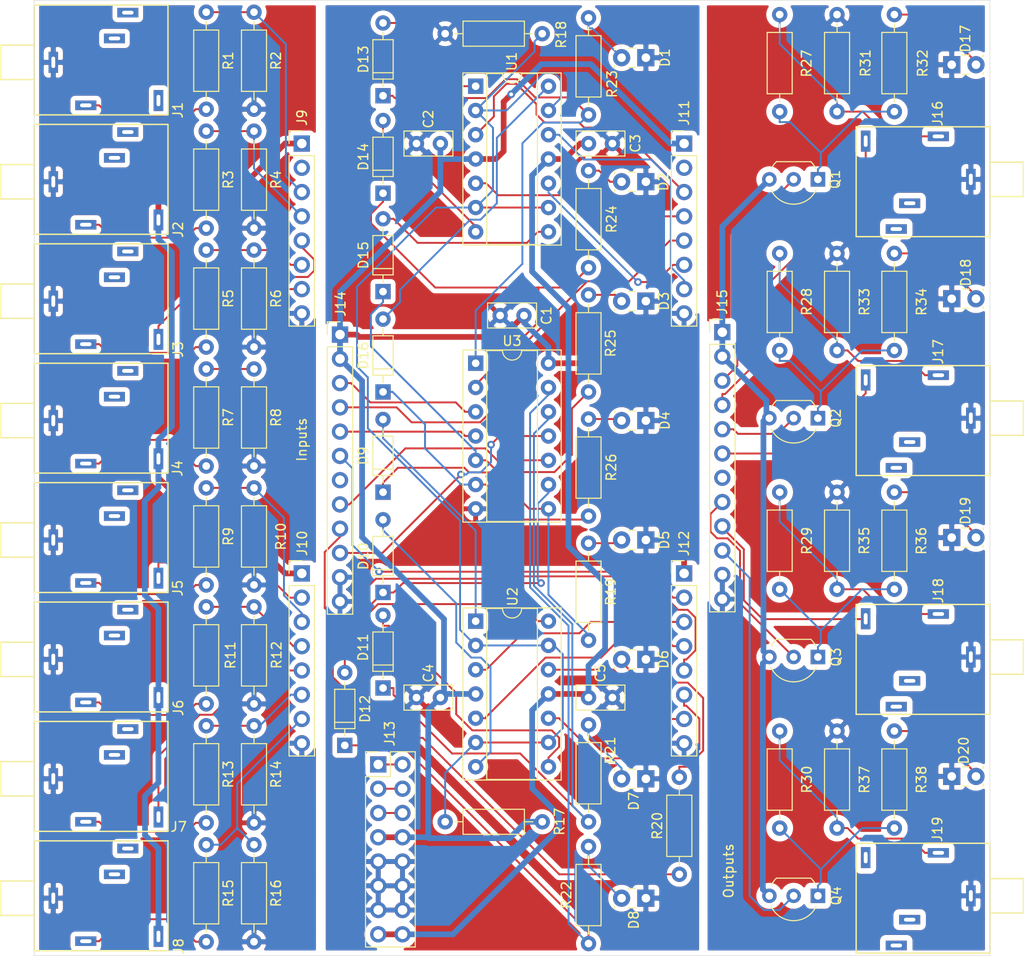
<source format=kicad_pcb>
(kicad_pcb (version 20171130) (host pcbnew "(5.1.5)-3")
  (layers (0 F.Cu signal) (31 B.Cu signal) (34 B.Paste user) (35 F.Paste user) (36 B.SilkS user) (37 F.SilkS user) (38 B.Mask user) (39 F.Mask user) (44 Edge.Cuts user))
  (net 0 "")
  (net 1 /-12V_B)
  (net 2 "Net-(D1-Pad2)")
  (net 3 "Net-(D2-Pad2)")
  (net 4 "Net-(D3-Pad2)")
  (net 5 "Net-(D4-Pad2)")
  (net 6 "Net-(D5-Pad2)")
  (net 7 "Net-(D6-Pad2)")
  (net 8 "Net-(D7-Pad2)")
  (net 9 "Net-(D8-Pad2)")
  (net 10 "Net-(D9-Pad2)")
  (net 11 "Net-(D9-Pad1)")
  (net 12 "Net-(D10-Pad1)")
  (net 13 "Net-(D10-Pad2)")
  (net 14 "Net-(D11-Pad2)")
  (net 15 "Net-(D11-Pad1)")
  (net 16 "Net-(D12-Pad1)")
  (net 17 "Net-(D12-Pad2)")
  (net 18 "Net-(D13-Pad2)")
  (net 19 "Net-(D13-Pad1)")
  (net 20 "Net-(D14-Pad1)")
  (net 21 "Net-(D14-Pad2)")
  (net 22 "Net-(D15-Pad2)")
  (net 23 "Net-(D15-Pad1)")
  (net 24 "Net-(D16-Pad1)")
  (net 25 "Net-(D16-Pad2)")
  (net 26 /GND_C)
  (net 27 "Net-(D17-Pad2)")
  (net 28 "Net-(D18-Pad2)")
  (net 29 "Net-(D19-Pad2)")
  (net 30 "Net-(D20-Pad2)")
  (net 31 "Net-(J1-Pad3)")
  (net 32 "Net-(J1-Pad2)")
  (net 33 "Net-(J2-Pad3)")
  (net 34 "Net-(J3-Pad3)")
  (net 35 /1_Carry_A)
  (net 36 "Net-(J4-Pad3)")
  (net 37 /2_Carry_A)
  (net 38 "Net-(J5-Pad3)")
  (net 39 "Net-(J6-Pad3)")
  (net 40 "Net-(J7-Pad3)")
  (net 41 /3_Carry_A)
  (net 42 "Net-(J8-Pad3)")
  (net 43 /IN2B_A)
  (net 44 /IN2A_A)
  (net 45 /IN1B_A)
  (net 46 /IN1A_A)
  (net 47 "Net-(J9-Pad2)")
  (net 48 /IN4B_A)
  (net 49 /IN4A_A)
  (net 50 /IN3B_A)
  (net 51 /IN3A_A)
  (net 52 "Net-(J11-Pad2)")
  (net 53 /IN1A_B)
  (net 54 /IN1B_B)
  (net 55 /1_Carry_B)
  (net 56 /IN2A_B)
  (net 57 /IN2B_B)
  (net 58 /2_Carry_B)
  (net 59 /IN3A_B)
  (net 60 /IN3B_B)
  (net 61 /3_Carry_B)
  (net 62 /IN4A_B)
  (net 63 /IN4B_B)
  (net 64 "Net-(J13-Pad5)")
  (net 65 "Net-(J13-Pad3)")
  (net 66 "Net-(J13-Pad1)")
  (net 67 /Out4_B)
  (net 68 /Out3_B)
  (net 69 "Net-(J14-Pad7)")
  (net 70 /Out2_B)
  (net 71 /Out1_C)
  (net 72 /1_Carry_C)
  (net 73 /Out2_C)
  (net 74 /2_Carry_C)
  (net 75 "Net-(J15-Pad7)")
  (net 76 /Out3_C)
  (net 77 /3_Carry_C)
  (net 78 /Out4_C)
  (net 79 "Net-(J16-Pad3)")
  (net 80 "Net-(J17-Pad3)")
  (net 81 "Net-(J18-Pad3)")
  (net 82 "Net-(J19-Pad3)")
  (net 83 "Net-(J19-Pad2)")
  (net 84 "Net-(Q1-Pad1)")
  (net 85 "Net-(Q2-Pad1)")
  (net 86 "Net-(Q3-Pad1)")
  (net 87 "Net-(Q4-Pad1)")
  (net 88 +12V_B)
  (net 89 GND_B)
  (net 90 GND_A)
  (net 91 +12VDC_A)
  (net 92 +12V_C)
  (net 93 Bias)
  (net 94 "Net-(J14-Pad3)")
  (module Housings_DIP:DIP-14_W7.62mm_Socket (layer F.Cu) (at 46.19 9)
    (fp_text reference U1 (at 3.78196 -2.59412 90) (layer F.SilkS))
    (fp_text value TL074)
    (pad 14 thru_hole oval (at 7.62 0) (size 1.6 1.6) (drill 0.8) (layers *.Cu *.Mask) (net 25 "Net-(D16-Pad2)"))
    (pad 7 thru_hole oval (at 0 15.24) (size 1.6 1.6) (drill 0.8) (layers *.Cu *.Mask) (net 21 "Net-(D14-Pad2)"))
    (pad 13 thru_hole oval (at 7.62 2.54) (size 1.6 1.6) (drill 0.8) (layers *.Cu *.Mask) (net 93 Bias))
    (pad 6 thru_hole oval (at 0 12.7) (size 1.6 1.6) (drill 0.8) (layers *.Cu *.Mask) (net 93 Bias))
    (pad 12 thru_hole oval (at 7.62 5.08) (size 1.6 1.6) (drill 0.8) (layers *.Cu *.Mask) (net 57 /IN2B_B))
    (pad 5 thru_hole oval (at 0 10.16) (size 1.6 1.6) (drill 0.8) (layers *.Cu *.Mask) (net 54 /IN1B_B))
    (pad 11 thru_hole oval (at 7.62 7.62) (size 1.6 1.6) (drill 0.8) (layers *.Cu *.Mask) (net 1 /-12V_B))
    (pad 4 thru_hole oval (at 0 7.62) (size 1.6 1.6) (drill 0.8) (layers *.Cu *.Mask) (net 88 +12V_B))
    (pad 10 thru_hole oval (at 7.62 10.16) (size 1.6 1.6) (drill 0.8) (layers *.Cu *.Mask) (net 56 /IN2A_B))
    (pad 3 thru_hole oval (at 0 5.08) (size 1.6 1.6) (drill 0.8) (layers *.Cu *.Mask) (net 53 /IN1A_B))
    (pad 9 thru_hole oval (at 7.62 12.7) (size 1.6 1.6) (drill 0.8) (layers *.Cu *.Mask) (net 93 Bias))
    (pad 2 thru_hole oval (at 0 2.54) (size 1.6 1.6) (drill 0.8) (layers *.Cu *.Mask) (net 93 Bias))
    (pad 8 thru_hole oval (at 7.62 15.24) (size 1.6 1.6) (drill 0.8) (layers *.Cu *.Mask) (net 22 "Net-(D15-Pad2)"))
    (pad 1 thru_hole rect (at 0 0) (size 1.6 1.6) (drill 0.8) (layers *.Cu *.Mask) (net 18 "Net-(D13-Pad2)"))
  )
  (module Capacitors_THT:C_Disc_D5.0mm_W2.5mm_P2.50mm (layer F.Cu) (at 48.75 33)
    (fp_text reference C1 (at 4.85416 0.01746 90) (layer F.SilkS))
    (fp_text value 10uF)
    (pad 2 thru_hole circle (at 2.5 0) (size 1.6 1.6) (drill 0.8) (layers *.Cu *.Mask) (net 88 +12V_B))
    (pad 1 thru_hole circle (at 0 0) (size 1.6 1.6) (drill 0.8) (layers *.Cu *.Mask) (net 89 GND_B))
  )
  (module Capacitors_THT:C_Disc_D5.0mm_W2.5mm_P2.50mm (layer F.Cu) (at 40 15)
    (fp_text reference C2 (at 1.25 -2.56 90) (layer F.SilkS))
    (fp_text value 10uF)
    (pad 2 thru_hole circle (at 2.5 0) (size 1.6 1.6) (drill 0.8) (layers *.Cu *.Mask) (net 88 +12V_B))
    (pad 1 thru_hole circle (at 0 0) (size 1.6 1.6) (drill 0.8) (layers *.Cu *.Mask) (net 89 GND_B))
  )
  (module Capacitors_THT:C_Disc_D5.0mm_W2.5mm_P2.50mm (layer F.Cu) (at 58 15)
    (fp_text reference C3 (at 4.90564 -0.01146 90) (layer F.SilkS))
    (fp_text value 10uF)
    (pad 1 thru_hole circle (at 0 0) (size 1.6 1.6) (drill 0.8) (layers *.Cu *.Mask) (net 1 /-12V_B))
    (pad 2 thru_hole circle (at 2.5 0) (size 1.6 1.6) (drill 0.8) (layers *.Cu *.Mask) (net 89 GND_B))
  )
  (module Capacitors_THT:C_Disc_D5.0mm_W2.5mm_P2.50mm (layer F.Cu) (at 40 73)
    (fp_text reference C4 (at 1.25 -2.56 90) (layer F.SilkS))
    (fp_text value 10uF)
    (pad 2 thru_hole circle (at 2.5 0) (size 1.6 1.6) (drill 0.8) (layers *.Cu *.Mask) (net 88 +12V_B))
    (pad 1 thru_hole circle (at 0 0) (size 1.6 1.6) (drill 0.8) (layers *.Cu *.Mask) (net 89 GND_B))
  )
  (module Capacitors_THT:C_Disc_D5.0mm_W2.5mm_P2.50mm (layer F.Cu) (at 58 73)
    (fp_text reference C5 (at 1.25 -2.56 90) (layer F.SilkS))
    (fp_text value 10uF)
    (pad 1 thru_hole circle (at 0 0) (size 1.6 1.6) (drill 0.8) (layers *.Cu *.Mask) (net 1 /-12V_B))
    (pad 2 thru_hole circle (at 2.5 0) (size 1.6 1.6) (drill 0.8) (layers *.Cu *.Mask) (net 89 GND_B))
  )
  (module LEDs:LED_Rectangular_W3.9mm_H1.9mm (layer F.Cu) (at 64 6.0147 180)
    (fp_text reference D1 (at -1.9892 0.00254 90) (layer F.SilkS))
    (fp_text value LED)
    (pad 1 thru_hole rect (at 0 0 180) (size 1.8 1.8) (drill 0.9) (layers *.Cu *.Mask) (net 89 GND_B))
    (pad 2 thru_hole circle (at 2.54 0 180) (size 1.8 1.8) (drill 0.9) (layers *.Cu *.Mask) (net 2 "Net-(D1-Pad2)"))
  )
  (module LEDs:LED_Rectangular_W3.9mm_H1.9mm (layer F.Cu) (at 64 19 180)
    (fp_text reference D2 (at -1.8241 -0.00174 90) (layer F.SilkS))
    (fp_text value LED)
    (pad 1 thru_hole rect (at 0 0 180) (size 1.8 1.8) (drill 0.9) (layers *.Cu *.Mask) (net 89 GND_B))
    (pad 2 thru_hole circle (at 2.54 0 180) (size 1.8 1.8) (drill 0.9) (layers *.Cu *.Mask) (net 3 "Net-(D2-Pad2)"))
  )
  (module LEDs:LED_Rectangular_W3.9mm_H1.9mm (layer F.Cu) (at 64 31.5 180)
    (fp_text reference D3 (at -1.89268 -0.00108 90) (layer F.SilkS))
    (fp_text value LED)
    (pad 2 thru_hole circle (at 2.54 0 180) (size 1.8 1.8) (drill 0.9) (layers *.Cu *.Mask) (net 4 "Net-(D3-Pad2)"))
    (pad 1 thru_hole rect (at 0 0 180) (size 1.8 1.8) (drill 0.9) (layers *.Cu *.Mask) (net 89 GND_B))
  )
  (module LEDs:LED_Rectangular_W3.9mm_H1.9mm (layer F.Cu) (at 64 44 180)
    (fp_text reference D4 (at -1.97396 -0.00042 90) (layer F.SilkS))
    (fp_text value LED)
    (pad 2 thru_hole circle (at 2.54 0 180) (size 1.8 1.8) (drill 0.9) (layers *.Cu *.Mask) (net 5 "Net-(D4-Pad2)"))
    (pad 1 thru_hole rect (at 0 0 180) (size 1.8 1.8) (drill 0.9) (layers *.Cu *.Mask) (net 89 GND_B))
  )
  (module LEDs:LED_Rectangular_W3.9mm_H1.9mm (layer F.Cu) (at 64 56.5 180)
    (fp_text reference D5 (at -1.92316 -0.00484 90) (layer F.SilkS))
    (fp_text value LED)
    (pad 1 thru_hole rect (at 0 0 180) (size 1.8 1.8) (drill 0.9) (layers *.Cu *.Mask) (net 89 GND_B))
    (pad 2 thru_hole circle (at 2.54 0 180) (size 1.8 1.8) (drill 0.9) (layers *.Cu *.Mask) (net 6 "Net-(D5-Pad2)"))
  )
  (module LEDs:LED_Rectangular_W3.9mm_H1.9mm (layer F.Cu) (at 64 69 180)
    (fp_text reference D6 (at -1.84696 0.00344 90) (layer F.SilkS))
    (fp_text value LED)
    (pad 2 thru_hole circle (at 2.54 0 180) (size 1.8 1.8) (drill 0.9) (layers *.Cu *.Mask) (net 7 "Net-(D6-Pad2)"))
    (pad 1 thru_hole rect (at 0 0 180) (size 1.8 1.8) (drill 0.9) (layers *.Cu *.Mask) (net 89 GND_B))
  )
  (module LEDs:LED_Rectangular_W3.9mm_H1.9mm (layer F.Cu) (at 64 81.5 180)
    (fp_text reference D7 (at 1.262 -2.34794 90) (layer F.SilkS))
    (fp_text value LED)
    (pad 2 thru_hole circle (at 2.54 0 180) (size 1.8 1.8) (drill 0.9) (layers *.Cu *.Mask) (net 8 "Net-(D7-Pad2)"))
    (pad 1 thru_hole rect (at 0 0 180) (size 1.8 1.8) (drill 0.9) (layers *.Cu *.Mask) (net 89 GND_B))
  )
  (module LEDs:LED_Rectangular_W3.9mm_H1.9mm (layer F.Cu) (at 64 94 180)
    (fp_text reference D8 (at 1.25946 -2.27362 90) (layer F.SilkS))
    (fp_text value LED)
    (pad 2 thru_hole circle (at 2.54 0 180) (size 1.8 1.8) (drill 0.9) (layers *.Cu *.Mask) (net 9 "Net-(D8-Pad2)"))
    (pad 1 thru_hole rect (at 0 0 180) (size 1.8 1.8) (drill 0.9) (layers *.Cu *.Mask) (net 89 GND_B))
  )
  (module Diodes_THT:D_DO-35_SOD27_P7.62mm_Horizontal (layer F.Cu) (at 36.5 51.5 90)
    (fp_text reference D9 (at 3.81 -2.06 90) (layer F.SilkS))
    (fp_text value 1N4148)
    (pad 2 thru_hole oval (at 7.62 0 90) (size 1.6 1.6) (drill 0.8) (layers *.Cu *.Mask) (net 10 "Net-(D9-Pad2)"))
    (pad 1 thru_hole rect (at 0 0 90) (size 1.6 1.6) (drill 0.8) (layers *.Cu *.Mask) (net 11 "Net-(D9-Pad1)"))
  )
  (module Diodes_THT:D_DO-35_SOD27_P7.62mm_Horizontal (layer F.Cu) (at 36.5 62 90)
    (fp_text reference D10 (at 3.81 -2.06 90) (layer F.SilkS))
    (fp_text value 1N4148)
    (pad 1 thru_hole rect (at 0 0 90) (size 1.6 1.6) (drill 0.8) (layers *.Cu *.Mask) (net 12 "Net-(D10-Pad1)"))
    (pad 2 thru_hole oval (at 7.62 0 90) (size 1.6 1.6) (drill 0.8) (layers *.Cu *.Mask) (net 13 "Net-(D10-Pad2)"))
  )
  (module Diodes_THT:D_DO-35_SOD27_P7.62mm_Horizontal (layer F.Cu) (at 36.5 72 90)
    (fp_text reference D11 (at 4.2582 -2.08554 90) (layer F.SilkS))
    (fp_text value 1N4148)
    (pad 2 thru_hole oval (at 7.62 0 90) (size 1.6 1.6) (drill 0.8) (layers *.Cu *.Mask) (net 14 "Net-(D11-Pad2)"))
    (pad 1 thru_hole rect (at 0 0 90) (size 1.6 1.6) (drill 0.8) (layers *.Cu *.Mask) (net 15 "Net-(D11-Pad1)"))
  )
  (module Diodes_THT:D_DO-35_SOD27_P7.62mm_Horizontal (layer F.Cu) (at 32.5 78 90)
    (fp_text reference D12 (at 3.81676 2.1249 90) (layer F.SilkS))
    (fp_text value 1N4148)
    (pad 1 thru_hole rect (at 0 0 90) (size 1.6 1.6) (drill 0.8) (layers *.Cu *.Mask) (net 16 "Net-(D12-Pad1)"))
    (pad 2 thru_hole oval (at 7.62 0 90) (size 1.6 1.6) (drill 0.8) (layers *.Cu *.Mask) (net 17 "Net-(D12-Pad2)"))
  )
  (module Diodes_THT:D_DO-35_SOD27_P7.62mm_Horizontal (layer F.Cu) (at 36.5 10 90)
    (fp_text reference D13 (at 3.81 -2.06 90) (layer F.SilkS))
    (fp_text value 1N4148)
    (pad 2 thru_hole oval (at 7.62 0 90) (size 1.6 1.6) (drill 0.8) (layers *.Cu *.Mask) (net 18 "Net-(D13-Pad2)"))
    (pad 1 thru_hole rect (at 0 0 90) (size 1.6 1.6) (drill 0.8) (layers *.Cu *.Mask) (net 19 "Net-(D13-Pad1)"))
  )
  (module Diodes_THT:D_DO-35_SOD27_P7.62mm_Horizontal (layer F.Cu) (at 36.5 20.2057 90)
    (fp_text reference D14 (at 3.81 -2.06 90) (layer F.SilkS))
    (fp_text value 1N4148)
    (pad 1 thru_hole rect (at 0 0 90) (size 1.6 1.6) (drill 0.8) (layers *.Cu *.Mask) (net 20 "Net-(D14-Pad1)"))
    (pad 2 thru_hole oval (at 7.62 0 90) (size 1.6 1.6) (drill 0.8) (layers *.Cu *.Mask) (net 21 "Net-(D14-Pad2)"))
  )
  (module Diodes_THT:D_DO-35_SOD27_P7.62mm_Horizontal (layer F.Cu) (at 36.5 30.5 90)
    (fp_text reference D15 (at 3.81 -2.06 90) (layer F.SilkS))
    (fp_text value 1N4148)
    (pad 2 thru_hole oval (at 7.62 0 90) (size 1.6 1.6) (drill 0.8) (layers *.Cu *.Mask) (net 22 "Net-(D15-Pad2)"))
    (pad 1 thru_hole rect (at 0 0 90) (size 1.6 1.6) (drill 0.8) (layers *.Cu *.Mask) (net 23 "Net-(D15-Pad1)"))
  )
  (module Diodes_THT:D_DO-35_SOD27_P7.62mm_Horizontal (layer F.Cu) (at 36.5 41 90)
    (fp_text reference D16 (at 3.81 -2.06 90) (layer F.SilkS))
    (fp_text value 1N4148)
    (pad 1 thru_hole rect (at 0 0 90) (size 1.6 1.6) (drill 0.8) (layers *.Cu *.Mask) (net 24 "Net-(D16-Pad1)"))
    (pad 2 thru_hole oval (at 7.62 0 90) (size 1.6 1.6) (drill 0.8) (layers *.Cu *.Mask) (net 25 "Net-(D16-Pad2)"))
  )
  (module LEDs:LED_Rectangular_W3.9mm_H1.9mm (layer F.Cu) (at 96 6.75)
    (fp_text reference D17 (at 1.43186 -2.72918 90) (layer F.SilkS))
    (fp_text value LED)
    (pad 1 thru_hole rect (at 0 0) (size 1.8 1.8) (drill 0.9) (layers *.Cu *.Mask) (net 26 /GND_C))
    (pad 2 thru_hole circle (at 2.54 0) (size 1.8 1.8) (drill 0.9) (layers *.Cu *.Mask) (net 27 "Net-(D17-Pad2)"))
  )
  (module LEDs:LED_Rectangular_W3.9mm_H1.9mm (layer F.Cu) (at 96 31.25)
    (fp_text reference D18 (at 1.47504 -2.74104 90) (layer F.SilkS))
    (fp_text value LED)
    (pad 1 thru_hole rect (at 0 0) (size 1.8 1.8) (drill 0.9) (layers *.Cu *.Mask) (net 26 /GND_C))
    (pad 2 thru_hole circle (at 2.54 0) (size 1.8 1.8) (drill 0.9) (layers *.Cu *.Mask) (net 28 "Net-(D18-Pad2)"))
  )
  (module LEDs:LED_Rectangular_W3.9mm_H1.9mm (layer F.Cu) (at 96 56.25)
    (fp_text reference D19 (at 1.4344 -2.80586 90) (layer F.SilkS))
    (fp_text value LED)
    (pad 2 thru_hole circle (at 2.54 0) (size 1.8 1.8) (drill 0.9) (layers *.Cu *.Mask) (net 29 "Net-(D19-Pad2)"))
    (pad 1 thru_hole rect (at 0 0) (size 1.8 1.8) (drill 0.9) (layers *.Cu *.Mask) (net 26 /GND_C))
  )
  (module LEDs:LED_Rectangular_W3.9mm_H1.9mm (layer F.Cu) (at 96 81.25)
    (fp_text reference D20 (at 1.26168 -2.7132 90) (layer F.SilkS))
    (fp_text value LED)
    (pad 1 thru_hole rect (at 0 0) (size 1.8 1.8) (drill 0.9) (layers *.Cu *.Mask) (net 26 /GND_C))
    (pad 2 thru_hole circle (at 2.54 0) (size 1.8 1.8) (drill 0.9) (layers *.Cu *.Mask) (net 30 "Net-(D20-Pad2)"))
  )
  (module Custom_Library:Mono_Jack_3.5mm_Switch_Switchcraft_35RAPC2AH3 (layer F.Cu) (at 0 6.5)
    (fp_text reference J1 (at 15.02664 5.01382 90) (layer F.SilkS))
    (fp_text value AudioJack1_Switch)
    (pad 1 thru_hole rect (at 2 0) (size 1 2.2) (drill oval 0.4 1.2) (layers *.Cu *.Mask) (net 90 GND_A))
    (pad 3 thru_hole rect (at 5.4 4.5) (size 2.2 1) (drill oval 1.2 0.4) (layers *.Cu *.Mask) (net 31 "Net-(J1-Pad3)"))
    (pad 2 thru_hole rect (at 13 4) (size 1 2.2) (drill oval 0.4 1.2) (layers *.Cu *.Mask) (net 32 "Net-(J1-Pad2)"))
    (pad ~ thru_hole rect (at 8.4 -2.5) (size 2.2 1) (drill oval 1.2 0.4) (layers *.Cu *.Mask))
    (pad ~ thru_hole rect (at 9.8 -5.2) (size 2.2 1) (drill oval 1.2 0.4) (layers *.Cu *.Mask))
  )
  (module Custom_Library:Mono_Jack_3.5mm_Switch_Switchcraft_35RAPC2AH3 (layer F.Cu) (at 0 19)
    (fp_text reference J2 (at 15.06474 5.01824 90) (layer F.SilkS))
    (fp_text value AudioJack1_Switch)
    (pad ~ thru_hole rect (at 9.8 -5.2) (size 2.2 1) (drill oval 1.2 0.4) (layers *.Cu *.Mask))
    (pad ~ thru_hole rect (at 8.4 -2.5) (size 2.2 1) (drill oval 1.2 0.4) (layers *.Cu *.Mask))
    (pad 2 thru_hole rect (at 13 4) (size 1 2.2) (drill oval 0.4 1.2) (layers *.Cu *.Mask) (net 91 +12VDC_A))
    (pad 3 thru_hole rect (at 5.4 4.5) (size 2.2 1) (drill oval 1.2 0.4) (layers *.Cu *.Mask) (net 33 "Net-(J2-Pad3)"))
    (pad 1 thru_hole rect (at 2 0) (size 1 2.2) (drill oval 0.4 1.2) (layers *.Cu *.Mask) (net 90 GND_A))
  )
  (module Custom_Library:Mono_Jack_3.5mm_Switch_Switchcraft_35RAPC2AH3 (layer F.Cu) (at 0 31.5)
    (fp_text reference J3 (at 15.05966 5.05314 90) (layer F.SilkS))
    (fp_text value AudioJack1_Switch)
    (pad 1 thru_hole rect (at 2 0) (size 1 2.2) (drill oval 0.4 1.2) (layers *.Cu *.Mask) (net 90 GND_A))
    (pad 3 thru_hole rect (at 5.4 4.5) (size 2.2 1) (drill oval 1.2 0.4) (layers *.Cu *.Mask) (net 34 "Net-(J3-Pad3)"))
    (pad 2 thru_hole rect (at 13 4) (size 1 2.2) (drill oval 0.4 1.2) (layers *.Cu *.Mask) (net 35 /1_Carry_A))
    (pad ~ thru_hole rect (at 8.4 -2.5) (size 2.2 1) (drill oval 1.2 0.4) (layers *.Cu *.Mask))
    (pad ~ thru_hole rect (at 9.8 -5.2) (size 2.2 1) (drill oval 1.2 0.4) (layers *.Cu *.Mask))
  )
  (module Custom_Library:Mono_Jack_3.5mm_Switch_Switchcraft_35RAPC2AH3 (layer F.Cu) (at 0 44)
    (fp_text reference J4 (at 14.99616 5.01438 90) (layer F.SilkS))
    (fp_text value AudioJack1_Switch)
    (pad ~ thru_hole rect (at 9.8 -5.2) (size 2.2 1) (drill oval 1.2 0.4) (layers *.Cu *.Mask))
    (pad ~ thru_hole rect (at 8.4 -2.5) (size 2.2 1) (drill oval 1.2 0.4) (layers *.Cu *.Mask))
    (pad 2 thru_hole rect (at 13 4) (size 1 2.2) (drill oval 0.4 1.2) (layers *.Cu *.Mask) (net 91 +12VDC_A))
    (pad 3 thru_hole rect (at 5.4 4.5) (size 2.2 1) (drill oval 1.2 0.4) (layers *.Cu *.Mask) (net 36 "Net-(J4-Pad3)"))
    (pad 1 thru_hole rect (at 2 0) (size 1 2.2) (drill oval 0.4 1.2) (layers *.Cu *.Mask) (net 90 GND_A))
  )
  (module Custom_Library:Mono_Jack_3.5mm_Switch_Switchcraft_35RAPC2AH3 (layer F.Cu) (at 0 56.5)
    (fp_text reference J5 (at 15.02156 5.04166 90) (layer F.SilkS))
    (fp_text value AudioJack1_Switch)
    (pad ~ thru_hole rect (at 9.8 -5.2) (size 2.2 1) (drill oval 1.2 0.4) (layers *.Cu *.Mask))
    (pad ~ thru_hole rect (at 8.4 -2.5) (size 2.2 1) (drill oval 1.2 0.4) (layers *.Cu *.Mask))
    (pad 2 thru_hole rect (at 13 4) (size 1 2.2) (drill oval 0.4 1.2) (layers *.Cu *.Mask) (net 37 /2_Carry_A))
    (pad 3 thru_hole rect (at 5.4 4.5) (size 2.2 1) (drill oval 1.2 0.4) (layers *.Cu *.Mask) (net 38 "Net-(J5-Pad3)"))
    (pad 1 thru_hole rect (at 2 0) (size 1 2.2) (drill oval 0.4 1.2) (layers *.Cu *.Mask) (net 90 GND_A))
  )
  (module Custom_Library:Mono_Jack_3.5mm_Switch_Switchcraft_35RAPC2AH3 (layer F.Cu) (at 0 69)
    (fp_text reference J6 (at 15.08252 5.07656 90) (layer F.SilkS))
    (fp_text value AudioJack1_Switch)
    (pad 1 thru_hole rect (at 2 0) (size 1 2.2) (drill oval 0.4 1.2) (layers *.Cu *.Mask) (net 90 GND_A))
    (pad 3 thru_hole rect (at 5.4 4.5) (size 2.2 1) (drill oval 1.2 0.4) (layers *.Cu *.Mask) (net 39 "Net-(J6-Pad3)"))
    (pad 2 thru_hole rect (at 13 4) (size 1 2.2) (drill oval 0.4 1.2) (layers *.Cu *.Mask) (net 91 +12VDC_A))
    (pad ~ thru_hole rect (at 8.4 -2.5) (size 2.2 1) (drill oval 1.2 0.4) (layers *.Cu *.Mask))
    (pad ~ thru_hole rect (at 9.8 -5.2) (size 2.2 1) (drill oval 1.2 0.4) (layers *.Cu *.Mask))
  )
  (module Custom_Library:Mono_Jack_3.5mm_Switch_Switchcraft_35RAPC2AH3 (layer F.Cu) (at 0 81.5)
    (fp_text reference J7 (at 15.12062 5.02764) (layer F.SilkS))
    (fp_text value AudioJack1_Switch)
    (pad 1 thru_hole rect (at 2 0) (size 1 2.2) (drill oval 0.4 1.2) (layers *.Cu *.Mask) (net 90 GND_A))
    (pad 3 thru_hole rect (at 5.4 4.5) (size 2.2 1) (drill oval 1.2 0.4) (layers *.Cu *.Mask) (net 40 "Net-(J7-Pad3)"))
    (pad 2 thru_hole rect (at 13 4) (size 1 2.2) (drill oval 0.4 1.2) (layers *.Cu *.Mask) (net 41 /3_Carry_A))
    (pad ~ thru_hole rect (at 8.4 -2.5) (size 2.2 1) (drill oval 1.2 0.4) (layers *.Cu *.Mask))
    (pad ~ thru_hole rect (at 9.8 -5.2) (size 2.2 1) (drill oval 1.2 0.4) (layers *.Cu *.Mask))
  )
  (module Custom_Library:Mono_Jack_3.5mm_Switch_Switchcraft_35RAPC2AH3 (layer F.Cu) (at 0 94)
    (fp_text reference J8 (at 15.10792 5.05238 90) (layer F.SilkS))
    (fp_text value AudioJack1_Switch)
    (pad ~ thru_hole rect (at 9.8 -5.2) (size 2.2 1) (drill oval 1.2 0.4) (layers *.Cu *.Mask))
    (pad ~ thru_hole rect (at 8.4 -2.5) (size 2.2 1) (drill oval 1.2 0.4) (layers *.Cu *.Mask))
    (pad 2 thru_hole rect (at 13 4) (size 1 2.2) (drill oval 0.4 1.2) (layers *.Cu *.Mask) (net 91 +12VDC_A))
    (pad 3 thru_hole rect (at 5.4 4.5) (size 2.2 1) (drill oval 1.2 0.4) (layers *.Cu *.Mask) (net 42 "Net-(J8-Pad3)"))
    (pad 1 thru_hole rect (at 2 0) (size 1 2.2) (drill oval 0.4 1.2) (layers *.Cu *.Mask) (net 90 GND_A))
  )
  (module Pin_Headers:Pin_Header_Straight_1x08_Pitch2.54mm (layer F.Cu) (at 28 15)
    (fp_text reference J9 (at 0.02382 -2.71148 90) (layer F.SilkS))
    (fp_text value Conn_01x08)
    (pad 8 thru_hole oval (at 0 17.78) (size 1.7 1.7) (drill 1) (layers *.Cu *.Mask) (net 90 GND_A))
    (pad 7 thru_hole oval (at 0 15.24) (size 1.7 1.7) (drill 1) (layers *.Cu *.Mask) (net 43 /IN2B_A))
    (pad 6 thru_hole oval (at 0 12.7) (size 1.7 1.7) (drill 1) (layers *.Cu *.Mask) (net 44 /IN2A_A))
    (pad 5 thru_hole oval (at 0 10.16) (size 1.7 1.7) (drill 1) (layers *.Cu *.Mask) (net 35 /1_Carry_A))
    (pad 4 thru_hole oval (at 0 7.62) (size 1.7 1.7) (drill 1) (layers *.Cu *.Mask) (net 45 /IN1B_A))
    (pad 3 thru_hole oval (at 0 5.08) (size 1.7 1.7) (drill 1) (layers *.Cu *.Mask) (net 46 /IN1A_A))
    (pad 2 thru_hole oval (at 0 2.54) (size 1.7 1.7) (drill 1) (layers *.Cu *.Mask) (net 47 "Net-(J9-Pad2)"))
    (pad 1 thru_hole rect (at 0 0) (size 1.7 1.7) (drill 1) (layers *.Cu *.Mask) (net 91 +12VDC_A))
  )
  (module Pin_Headers:Pin_Header_Straight_1x08_Pitch2.54mm (layer F.Cu) (at 28 60)
    (fp_text reference J10 (at 0.0416 -3.15734 90) (layer F.SilkS))
    (fp_text value Conn_01x08)
    (pad 8 thru_hole oval (at 0 17.78) (size 1.7 1.7) (drill 1) (layers *.Cu *.Mask) (net 90 GND_A))
    (pad 7 thru_hole oval (at 0 15.24) (size 1.7 1.7) (drill 1) (layers *.Cu *.Mask) (net 48 /IN4B_A))
    (pad 6 thru_hole oval (at 0 12.7) (size 1.7 1.7) (drill 1) (layers *.Cu *.Mask) (net 49 /IN4A_A))
    (pad 5 thru_hole oval (at 0 10.16) (size 1.7 1.7) (drill 1) (layers *.Cu *.Mask) (net 41 /3_Carry_A))
    (pad 4 thru_hole oval (at 0 7.62) (size 1.7 1.7) (drill 1) (layers *.Cu *.Mask) (net 50 /IN3B_A))
    (pad 3 thru_hole oval (at 0 5.08) (size 1.7 1.7) (drill 1) (layers *.Cu *.Mask) (net 51 /IN3A_A))
    (pad 2 thru_hole oval (at 0 2.54) (size 1.7 1.7) (drill 1) (layers *.Cu *.Mask) (net 37 /2_Carry_A))
    (pad 1 thru_hole rect (at 0 0) (size 1.7 1.7) (drill 1) (layers *.Cu *.Mask) (net 91 +12VDC_A))
  )
  (module Pin_Headers:Pin_Header_Straight_1x08_Pitch2.54mm (layer F.Cu) (at 68 15)
    (fp_text reference J11 (at 0.00342 -3.21186 90) (layer F.SilkS))
    (fp_text value Conn_01x08)
    (pad 1 thru_hole rect (at 0 0) (size 1.7 1.7) (drill 1) (layers *.Cu *.Mask) (net 88 +12V_B))
    (pad 2 thru_hole oval (at 0 2.54) (size 1.7 1.7) (drill 1) (layers *.Cu *.Mask) (net 52 "Net-(J11-Pad2)"))
    (pad 3 thru_hole oval (at 0 5.08) (size 1.7 1.7) (drill 1) (layers *.Cu *.Mask) (net 53 /IN1A_B))
    (pad 4 thru_hole oval (at 0 7.62) (size 1.7 1.7) (drill 1) (layers *.Cu *.Mask) (net 54 /IN1B_B))
    (pad 5 thru_hole oval (at 0 10.16) (size 1.7 1.7) (drill 1) (layers *.Cu *.Mask) (net 55 /1_Carry_B))
    (pad 6 thru_hole oval (at 0 12.7) (size 1.7 1.7) (drill 1) (layers *.Cu *.Mask) (net 56 /IN2A_B))
    (pad 7 thru_hole oval (at 0 15.24) (size 1.7 1.7) (drill 1) (layers *.Cu *.Mask) (net 57 /IN2B_B))
    (pad 8 thru_hole oval (at 0 17.78) (size 1.7 1.7) (drill 1) (layers *.Cu *.Mask) (net 89 GND_B))
  )
  (module Pin_Headers:Pin_Header_Straight_1x08_Pitch2.54mm (layer F.Cu) (at 68 60)
    (fp_text reference J12 (at -0.00674 -3.13702 90) (layer F.SilkS))
    (fp_text value Conn_01x08)
    (pad 1 thru_hole rect (at 0 0) (size 1.7 1.7) (drill 1) (layers *.Cu *.Mask) (net 88 +12V_B))
    (pad 2 thru_hole oval (at 0 2.54) (size 1.7 1.7) (drill 1) (layers *.Cu *.Mask) (net 58 /2_Carry_B))
    (pad 3 thru_hole oval (at 0 5.08) (size 1.7 1.7) (drill 1) (layers *.Cu *.Mask) (net 59 /IN3A_B))
    (pad 4 thru_hole oval (at 0 7.62) (size 1.7 1.7) (drill 1) (layers *.Cu *.Mask) (net 60 /IN3B_B))
    (pad 5 thru_hole oval (at 0 10.16) (size 1.7 1.7) (drill 1) (layers *.Cu *.Mask) (net 61 /3_Carry_B))
    (pad 6 thru_hole oval (at 0 12.7) (size 1.7 1.7) (drill 1) (layers *.Cu *.Mask) (net 62 /IN4A_B))
    (pad 7 thru_hole oval (at 0 15.24) (size 1.7 1.7) (drill 1) (layers *.Cu *.Mask) (net 63 /IN4B_B))
    (pad 8 thru_hole oval (at 0 17.78) (size 1.7 1.7) (drill 1) (layers *.Cu *.Mask) (net 89 GND_B))
  )
  (module Pin_Headers:Pin_Header_Straight_2x08_Pitch2.54mm (layer F.Cu) (at 36 80)
    (fp_text reference J13 (at 1.19576 -3.22596 90) (layer F.SilkS))
    (fp_text value Conn_02x08_Odd_Even)
    (pad 16 thru_hole oval (at 2.54 17.78) (size 1.7 1.7) (drill 1) (layers *.Cu *.Mask) (net 1 /-12V_B))
    (pad 15 thru_hole oval (at 0 17.78) (size 1.7 1.7) (drill 1) (layers *.Cu *.Mask) (net 1 /-12V_B))
    (pad 14 thru_hole oval (at 2.54 15.24) (size 1.7 1.7) (drill 1) (layers *.Cu *.Mask) (net 89 GND_B))
    (pad 13 thru_hole oval (at 0 15.24) (size 1.7 1.7) (drill 1) (layers *.Cu *.Mask) (net 89 GND_B))
    (pad 12 thru_hole oval (at 2.54 12.7) (size 1.7 1.7) (drill 1) (layers *.Cu *.Mask) (net 89 GND_B))
    (pad 11 thru_hole oval (at 0 12.7) (size 1.7 1.7) (drill 1) (layers *.Cu *.Mask) (net 89 GND_B))
    (pad 10 thru_hole oval (at 2.54 10.16) (size 1.7 1.7) (drill 1) (layers *.Cu *.Mask) (net 89 GND_B))
    (pad 9 thru_hole oval (at 0 10.16) (size 1.7 1.7) (drill 1) (layers *.Cu *.Mask) (net 89 GND_B))
    (pad 8 thru_hole oval (at 2.54 7.62) (size 1.7 1.7) (drill 1) (layers *.Cu *.Mask) (net 88 +12V_B))
    (pad 7 thru_hole oval (at 0 7.62) (size 1.7 1.7) (drill 1) (layers *.Cu *.Mask) (net 88 +12V_B))
    (pad 6 thru_hole oval (at 2.54 5.08) (size 1.7 1.7) (drill 1) (layers *.Cu *.Mask) (net 64 "Net-(J13-Pad5)"))
    (pad 5 thru_hole oval (at 0 5.08) (size 1.7 1.7) (drill 1) (layers *.Cu *.Mask) (net 64 "Net-(J13-Pad5)"))
    (pad 4 thru_hole oval (at 2.54 2.54) (size 1.7 1.7) (drill 1) (layers *.Cu *.Mask) (net 65 "Net-(J13-Pad3)"))
    (pad 3 thru_hole oval (at 0 2.54) (size 1.7 1.7) (drill 1) (layers *.Cu *.Mask) (net 65 "Net-(J13-Pad3)"))
    (pad 2 thru_hole oval (at 2.54 0) (size 1.7 1.7) (drill 1) (layers *.Cu *.Mask) (net 66 "Net-(J13-Pad1)"))
    (pad 1 thru_hole rect (at 0 0) (size 1.7 1.7) (drill 1) (layers *.Cu *.Mask) (net 66 "Net-(J13-Pad1)"))
  )
  (module Pin_Headers:Pin_Header_Straight_1x12_Pitch2.54mm (layer F.Cu) (at 32 35)
    (fp_text reference J14 (at 0.06242 -3.20174 90) (layer F.SilkS))
    (fp_text value Conn_01x12)
    (pad 12 thru_hole oval (at 0 27.94) (size 1.7 1.7) (drill 1) (layers *.Cu *.Mask) (net 89 GND_B))
    (pad 11 thru_hole oval (at 0 25.4) (size 1.7 1.7) (drill 1) (layers *.Cu *.Mask) (net 89 GND_B))
    (pad 10 thru_hole oval (at 0 22.86) (size 1.7 1.7) (drill 1) (layers *.Cu *.Mask) (net 67 /Out4_B))
    (pad 9 thru_hole oval (at 0 20.32) (size 1.7 1.7) (drill 1) (layers *.Cu *.Mask) (net 61 /3_Carry_B))
    (pad 8 thru_hole oval (at 0 17.78) (size 1.7 1.7) (drill 1) (layers *.Cu *.Mask) (net 68 /Out3_B))
    (pad 7 thru_hole oval (at 0 15.24) (size 1.7 1.7) (drill 1) (layers *.Cu *.Mask) (net 69 "Net-(J14-Pad7)"))
    (pad 6 thru_hole oval (at 0 12.7) (size 1.7 1.7) (drill 1) (layers *.Cu *.Mask) (net 58 /2_Carry_B))
    (pad 5 thru_hole oval (at 0 10.16) (size 1.7 1.7) (drill 1) (layers *.Cu *.Mask) (net 70 /Out2_B))
    (pad 4 thru_hole oval (at 0 7.62) (size 1.7 1.7) (drill 1) (layers *.Cu *.Mask) (net 55 /1_Carry_B))
    (pad 3 thru_hole oval (at 0 5.08) (size 1.7 1.7) (drill 1) (layers *.Cu *.Mask) (net 94 "Net-(J14-Pad3)"))
    (pad 2 thru_hole oval (at 0 2.54) (size 1.7 1.7) (drill 1) (layers *.Cu *.Mask) (net 88 +12V_B))
    (pad 1 thru_hole rect (at 0 0) (size 1.7 1.7) (drill 1) (layers *.Cu *.Mask) (net 88 +12V_B))
  )
  (module Pin_Headers:Pin_Header_Straight_1x12_Pitch2.54mm (layer F.Cu) (at 72 34.75)
    (fp_text reference J15 (at -0.01132 -3.16256 90) (layer F.SilkS))
    (fp_text value Conn_01x12)
    (pad 1 thru_hole rect (at 0 0) (size 1.7 1.7) (drill 1) (layers *.Cu *.Mask) (net 92 +12V_C))
    (pad 2 thru_hole oval (at 0 2.54) (size 1.7 1.7) (drill 1) (layers *.Cu *.Mask) (net 92 +12V_C))
    (pad 3 thru_hole oval (at 0 5.08) (size 1.7 1.7) (drill 1) (layers *.Cu *.Mask) (net 71 /Out1_C))
    (pad 4 thru_hole oval (at 0 7.62) (size 1.7 1.7) (drill 1) (layers *.Cu *.Mask) (net 72 /1_Carry_C))
    (pad 5 thru_hole oval (at 0 10.16) (size 1.7 1.7) (drill 1) (layers *.Cu *.Mask) (net 73 /Out2_C))
    (pad 6 thru_hole oval (at 0 12.7) (size 1.7 1.7) (drill 1) (layers *.Cu *.Mask) (net 74 /2_Carry_C))
    (pad 7 thru_hole oval (at 0 15.24) (size 1.7 1.7) (drill 1) (layers *.Cu *.Mask) (net 75 "Net-(J15-Pad7)"))
    (pad 8 thru_hole oval (at 0 17.78) (size 1.7 1.7) (drill 1) (layers *.Cu *.Mask) (net 76 /Out3_C))
    (pad 9 thru_hole oval (at 0 20.32) (size 1.7 1.7) (drill 1) (layers *.Cu *.Mask) (net 77 /3_Carry_C))
    (pad 10 thru_hole oval (at 0 22.86) (size 1.7 1.7) (drill 1) (layers *.Cu *.Mask) (net 78 /Out4_C))
    (pad 11 thru_hole oval (at 0 25.4) (size 1.7 1.7) (drill 1) (layers *.Cu *.Mask) (net 26 /GND_C))
    (pad 12 thru_hole oval (at 0 27.94) (size 1.7 1.7) (drill 1) (layers *.Cu *.Mask) (net 26 /GND_C))
  )
  (module Custom_Library:Mono_Jack_3.5mm_Switch_Switchcraft_35RAPC2AH3 (layer F.Cu) (at 100 18.75 180)
    (fp_text reference J16 (at 5.4739 6.89582 90) (layer F.SilkS))
    (fp_text value AudioJack1_Switch)
    (pad 1 thru_hole rect (at 2 0 180) (size 1 2.2) (drill oval 0.4 1.2) (layers *.Cu *.Mask) (net 26 /GND_C))
    (pad 3 thru_hole rect (at 5.4 4.5 180) (size 2.2 1) (drill oval 1.2 0.4) (layers *.Cu *.Mask) (net 79 "Net-(J16-Pad3)"))
    (pad 2 thru_hole rect (at 13 4 180) (size 1 2.2) (drill oval 0.4 1.2) (layers *.Cu *.Mask) (net 72 /1_Carry_C))
    (pad ~ thru_hole rect (at 8.4 -2.5 180) (size 2.2 1) (drill oval 1.2 0.4) (layers *.Cu *.Mask))
    (pad ~ thru_hole rect (at 9.8 -5.2 180) (size 2.2 1) (drill oval 1.2 0.4) (layers *.Cu *.Mask))
  )
  (module Custom_Library:Mono_Jack_3.5mm_Switch_Switchcraft_35RAPC2AH3 (layer F.Cu) (at 100 43.75 180)
    (fp_text reference J17 (at 5.41548 6.94794 90) (layer F.SilkS))
    (fp_text value AudioJack1_Switch)
    (pad ~ thru_hole rect (at 9.8 -5.2 180) (size 2.2 1) (drill oval 1.2 0.4) (layers *.Cu *.Mask))
    (pad ~ thru_hole rect (at 8.4 -2.5 180) (size 2.2 1) (drill oval 1.2 0.4) (layers *.Cu *.Mask))
    (pad 2 thru_hole rect (at 13 4 180) (size 1 2.2) (drill oval 0.4 1.2) (layers *.Cu *.Mask) (net 74 /2_Carry_C))
    (pad 3 thru_hole rect (at 5.4 4.5 180) (size 2.2 1) (drill oval 1.2 0.4) (layers *.Cu *.Mask) (net 80 "Net-(J17-Pad3)"))
    (pad 1 thru_hole rect (at 2 0 180) (size 1 2.2) (drill oval 0.4 1.2) (layers *.Cu *.Mask) (net 26 /GND_C))
  )
  (module Custom_Library:Mono_Jack_3.5mm_Switch_Switchcraft_35RAPC2AH3 (layer F.Cu) (at 100 68.75 180)
    (fp_text reference J18 (at 5.40786 6.93148 90) (layer F.SilkS))
    (fp_text value AudioJack1_Switch)
    (pad ~ thru_hole rect (at 9.8 -5.2 180) (size 2.2 1) (drill oval 1.2 0.4) (layers *.Cu *.Mask))
    (pad ~ thru_hole rect (at 8.4 -2.5 180) (size 2.2 1) (drill oval 1.2 0.4) (layers *.Cu *.Mask))
    (pad 2 thru_hole rect (at 13 4 180) (size 1 2.2) (drill oval 0.4 1.2) (layers *.Cu *.Mask) (net 77 /3_Carry_C))
    (pad 3 thru_hole rect (at 5.4 4.5 180) (size 2.2 1) (drill oval 1.2 0.4) (layers *.Cu *.Mask) (net 81 "Net-(J18-Pad3)"))
    (pad 1 thru_hole rect (at 2 0 180) (size 1 2.2) (drill oval 0.4 1.2) (layers *.Cu *.Mask) (net 26 /GND_C))
  )
  (module Custom_Library:Mono_Jack_3.5mm_Switch_Switchcraft_35RAPC2AH3 (layer F.Cu) (at 100 93.75 180)
    (fp_text reference J19 (at 5.4993 6.95566 90) (layer F.SilkS))
    (fp_text value AudioJack1_Switch)
    (pad 1 thru_hole rect (at 2 0 180) (size 1 2.2) (drill oval 0.4 1.2) (layers *.Cu *.Mask) (net 26 /GND_C))
    (pad 3 thru_hole rect (at 5.4 4.5 180) (size 2.2 1) (drill oval 1.2 0.4) (layers *.Cu *.Mask) (net 82 "Net-(J19-Pad3)"))
    (pad 2 thru_hole rect (at 13 4 180) (size 1 2.2) (drill oval 0.4 1.2) (layers *.Cu *.Mask) (net 83 "Net-(J19-Pad2)"))
    (pad ~ thru_hole rect (at 8.4 -2.5 180) (size 2.2 1) (drill oval 1.2 0.4) (layers *.Cu *.Mask))
    (pad ~ thru_hole rect (at 9.8 -5.2 180) (size 2.2 1) (drill oval 1.2 0.4) (layers *.Cu *.Mask))
  )
  (module TO_SOT_Packages_THT:TO-92_Inline_Wide (layer F.Cu) (at 82 18.75 180)
    (fp_text reference Q1 (at -1.79206 -0.0079 270) (layer F.SilkS))
    (fp_text value 2N3904)
    (pad 2 thru_hole circle (at 2.54 0 270) (size 1.52 1.52) (drill 0.8) (layers *.Cu *.Mask) (net 71 /Out1_C))
    (pad 3 thru_hole circle (at 5.08 0 270) (size 1.52 1.52) (drill 0.8) (layers *.Cu *.Mask) (net 92 +12V_C))
    (pad 1 thru_hole rect (at 0 0 270) (size 1.52 1.52) (drill 0.8) (layers *.Cu *.Mask) (net 84 "Net-(Q1-Pad1)"))
  )
  (module TO_SOT_Packages_THT:TO-92_Inline_Wide (layer F.Cu) (at 82 43.75 180)
    (fp_text reference Q2 (at -1.87588 0.00104 270) (layer F.SilkS))
    (fp_text value 2N3904)
    (pad 2 thru_hole circle (at 2.54 0 270) (size 1.52 1.52) (drill 0.8) (layers *.Cu *.Mask) (net 73 /Out2_C))
    (pad 3 thru_hole circle (at 5.08 0 270) (size 1.52 1.52) (drill 0.8) (layers *.Cu *.Mask) (net 92 +12V_C))
    (pad 1 thru_hole rect (at 0 0 270) (size 1.52 1.52) (drill 0.8) (layers *.Cu *.Mask) (net 85 "Net-(Q2-Pad1)"))
  )
  (module TO_SOT_Packages_THT:TO-92_Inline_Wide (layer F.Cu) (at 82 68.75 180)
    (fp_text reference Q3 (at -1.8962 -0.00526 270) (layer F.SilkS))
    (fp_text value 2N3904)
    (pad 1 thru_hole rect (at 0 0 270) (size 1.52 1.52) (drill 0.8) (layers *.Cu *.Mask) (net 86 "Net-(Q3-Pad1)"))
    (pad 3 thru_hole circle (at 5.08 0 270) (size 1.52 1.52) (drill 0.8) (layers *.Cu *.Mask) (net 92 +12V_C))
    (pad 2 thru_hole circle (at 2.54 0 270) (size 1.52 1.52) (drill 0.8) (layers *.Cu *.Mask) (net 76 /Out3_C))
  )
  (module TO_SOT_Packages_THT:TO-92_Inline_Wide (layer F.Cu) (at 82 93.75 180)
    (fp_text reference Q4 (at -1.90636 0.00114 270) (layer F.SilkS))
    (fp_text value 2N3904)
    (pad 1 thru_hole rect (at 0 0 270) (size 1.52 1.52) (drill 0.8) (layers *.Cu *.Mask) (net 87 "Net-(Q4-Pad1)"))
    (pad 3 thru_hole circle (at 5.08 0 270) (size 1.52 1.52) (drill 0.8) (layers *.Cu *.Mask) (net 92 +12V_C))
    (pad 2 thru_hole circle (at 2.54 0 270) (size 1.52 1.52) (drill 0.8) (layers *.Cu *.Mask) (net 78 /Out4_C))
  )
  (module Resistors_THT:R_Axial_DIN0207_L6.3mm_D2.5mm_P10.16mm_Horizontal (layer F.Cu) (at 18 1.25 270)
    (fp_text reference R1 (at 5.08 -2.31 270) (layer F.SilkS))
    (fp_text value 1k)
    (pad 1 thru_hole circle (at 0 0 270) (size 1.6 1.6) (drill 0.8) (layers *.Cu *.Mask) (net 46 /IN1A_A))
    (pad 2 thru_hole oval (at 10.16 0 270) (size 1.6 1.6) (drill 0.8) (layers *.Cu *.Mask) (net 31 "Net-(J1-Pad3)"))
  )
  (module Resistors_THT:R_Axial_DIN0207_L6.3mm_D2.5mm_P10.16mm_Horizontal (layer F.Cu) (at 23 1.25 270)
    (fp_text reference R2 (at 5.08 -2.31 270) (layer F.SilkS))
    (fp_text value 100k)
    (pad 1 thru_hole circle (at 0 0 270) (size 1.6 1.6) (drill 0.8) (layers *.Cu *.Mask) (net 46 /IN1A_A))
    (pad 2 thru_hole oval (at 10.16 0 270) (size 1.6 1.6) (drill 0.8) (layers *.Cu *.Mask) (net 90 GND_A))
  )
  (module Resistors_THT:R_Axial_DIN0207_L6.3mm_D2.5mm_P10.16mm_Horizontal (layer F.Cu) (at 18 13.7 270)
    (fp_text reference R3 (at 5.08 -2.31 270) (layer F.SilkS))
    (fp_text value 1k)
    (pad 2 thru_hole oval (at 10.16 0 270) (size 1.6 1.6) (drill 0.8) (layers *.Cu *.Mask) (net 33 "Net-(J2-Pad3)"))
    (pad 1 thru_hole circle (at 0 0 270) (size 1.6 1.6) (drill 0.8) (layers *.Cu *.Mask) (net 45 /IN1B_A))
  )
  (module Resistors_THT:R_Axial_DIN0207_L6.3mm_D2.5mm_P10.16mm_Horizontal (layer F.Cu) (at 23 13.7 270)
    (fp_text reference R4 (at 5.08 -2.31 270) (layer F.SilkS))
    (fp_text value 100k)
    (pad 1 thru_hole circle (at 0 0 270) (size 1.6 1.6) (drill 0.8) (layers *.Cu *.Mask) (net 45 /IN1B_A))
    (pad 2 thru_hole oval (at 10.16 0 270) (size 1.6 1.6) (drill 0.8) (layers *.Cu *.Mask) (net 90 GND_A))
  )
  (module Resistors_THT:R_Axial_DIN0207_L6.3mm_D2.5mm_P10.16mm_Horizontal (layer F.Cu) (at 18 26.15 270)
    (fp_text reference R5 (at 5.08 -2.31 270) (layer F.SilkS))
    (fp_text value 1k)
    (pad 1 thru_hole circle (at 0 0 270) (size 1.6 1.6) (drill 0.8) (layers *.Cu *.Mask) (net 44 /IN2A_A))
    (pad 2 thru_hole oval (at 10.16 0 270) (size 1.6 1.6) (drill 0.8) (layers *.Cu *.Mask) (net 34 "Net-(J3-Pad3)"))
  )
  (module Resistors_THT:R_Axial_DIN0207_L6.3mm_D2.5mm_P10.16mm_Horizontal (layer F.Cu) (at 23 26.15 270)
    (fp_text reference R6 (at 5.08 -2.31 270) (layer F.SilkS))
    (fp_text value 100k)
    (pad 2 thru_hole oval (at 10.16 0 270) (size 1.6 1.6) (drill 0.8) (layers *.Cu *.Mask) (net 90 GND_A))
    (pad 1 thru_hole circle (at 0 0 270) (size 1.6 1.6) (drill 0.8) (layers *.Cu *.Mask) (net 44 /IN2A_A))
  )
  (module Resistors_THT:R_Axial_DIN0207_L6.3mm_D2.5mm_P10.16mm_Horizontal (layer F.Cu) (at 18 38.6 270)
    (fp_text reference R7 (at 5.08 -2.31 270) (layer F.SilkS))
    (fp_text value 1k)
    (pad 2 thru_hole oval (at 10.16 0 270) (size 1.6 1.6) (drill 0.8) (layers *.Cu *.Mask) (net 36 "Net-(J4-Pad3)"))
    (pad 1 thru_hole circle (at 0 0 270) (size 1.6 1.6) (drill 0.8) (layers *.Cu *.Mask) (net 43 /IN2B_A))
  )
  (module Resistors_THT:R_Axial_DIN0207_L6.3mm_D2.5mm_P10.16mm_Horizontal (layer F.Cu) (at 23 38.6 270)
    (fp_text reference R8 (at 5.08 -2.31 270) (layer F.SilkS))
    (fp_text value 100k)
    (pad 2 thru_hole oval (at 10.16 0 270) (size 1.6 1.6) (drill 0.8) (layers *.Cu *.Mask) (net 90 GND_A))
    (pad 1 thru_hole circle (at 0 0 270) (size 1.6 1.6) (drill 0.8) (layers *.Cu *.Mask) (net 43 /IN2B_A))
  )
  (module Resistors_THT:R_Axial_DIN0207_L6.3mm_D2.5mm_P10.16mm_Horizontal (layer F.Cu) (at 18 51.05 270)
    (fp_text reference R9 (at 5.08 -2.31 270) (layer F.SilkS))
    (fp_text value 1k)
    (pad 1 thru_hole circle (at 0 0 270) (size 1.6 1.6) (drill 0.8) (layers *.Cu *.Mask) (net 51 /IN3A_A))
    (pad 2 thru_hole oval (at 10.16 0 270) (size 1.6 1.6) (drill 0.8) (layers *.Cu *.Mask) (net 38 "Net-(J5-Pad3)"))
  )
  (module Resistors_THT:R_Axial_DIN0207_L6.3mm_D2.5mm_P10.16mm_Horizontal (layer F.Cu) (at 23 51.05 270)
    (fp_text reference R10 (at 5.084 -2.8191 270) (layer F.SilkS))
    (fp_text value 100k)
    (pad 2 thru_hole oval (at 10.16 0 270) (size 1.6 1.6) (drill 0.8) (layers *.Cu *.Mask) (net 90 GND_A))
    (pad 1 thru_hole circle (at 0 0 270) (size 1.6 1.6) (drill 0.8) (layers *.Cu *.Mask) (net 51 /IN3A_A))
  )
  (module Resistors_THT:R_Axial_DIN0207_L6.3mm_D2.5mm_P10.16mm_Horizontal (layer F.Cu) (at 18 63.5 270)
    (fp_text reference R11 (at 5.06222 -2.54098 270) (layer F.SilkS))
    (fp_text value 1k)
    (pad 2 thru_hole oval (at 10.16 0 270) (size 1.6 1.6) (drill 0.8) (layers *.Cu *.Mask) (net 39 "Net-(J6-Pad3)"))
    (pad 1 thru_hole circle (at 0 0 270) (size 1.6 1.6) (drill 0.8) (layers *.Cu *.Mask) (net 50 /IN3B_A))
  )
  (module Resistors_THT:R_Axial_DIN0207_L6.3mm_D2.5mm_P10.16mm_Horizontal (layer F.Cu) (at 23 63.5 270)
    (fp_text reference R12 (at 5.04698 -2.36444 90) (layer F.SilkS))
    (fp_text value 100k)
    (pad 1 thru_hole circle (at 0 0 270) (size 1.6 1.6) (drill 0.8) (layers *.Cu *.Mask) (net 50 /IN3B_A))
    (pad 2 thru_hole oval (at 10.16 0 270) (size 1.6 1.6) (drill 0.8) (layers *.Cu *.Mask) (net 90 GND_A))
  )
  (module Resistors_THT:R_Axial_DIN0207_L6.3mm_D2.5mm_P10.16mm_Horizontal (layer F.Cu) (at 18 75.95 270)
    (fp_text reference R13 (at 5.08 -2.31 270) (layer F.SilkS))
    (fp_text value 1k)
    (pad 1 thru_hole circle (at 0 0 270) (size 1.6 1.6) (drill 0.8) (layers *.Cu *.Mask) (net 49 /IN4A_A))
    (pad 2 thru_hole oval (at 10.16 0 270) (size 1.6 1.6) (drill 0.8) (layers *.Cu *.Mask) (net 40 "Net-(J7-Pad3)"))
  )
  (module Resistors_THT:R_Axial_DIN0207_L6.3mm_D2.5mm_P10.16mm_Horizontal (layer F.Cu) (at 23 75.95 270)
    (fp_text reference R14 (at 5.08 -2.31 270) (layer F.SilkS))
    (fp_text value 100k)
    (pad 2 thru_hole oval (at 10.16 0 270) (size 1.6 1.6) (drill 0.8) (layers *.Cu *.Mask) (net 90 GND_A))
    (pad 1 thru_hole circle (at 0 0 270) (size 1.6 1.6) (drill 0.8) (layers *.Cu *.Mask) (net 49 /IN4A_A))
  )
  (module Resistors_THT:R_Axial_DIN0207_L6.3mm_D2.5mm_P10.16mm_Horizontal (layer F.Cu) (at 18 88.4 270)
    (fp_text reference R15 (at 5.08 -2.31 270) (layer F.SilkS))
    (fp_text value 1k)
    (pad 2 thru_hole oval (at 10.16 0 270) (size 1.6 1.6) (drill 0.8) (layers *.Cu *.Mask) (net 42 "Net-(J8-Pad3)"))
    (pad 1 thru_hole circle (at 0 0 270) (size 1.6 1.6) (drill 0.8) (layers *.Cu *.Mask) (net 48 /IN4B_A))
  )
  (module Resistors_THT:R_Axial_DIN0207_L6.3mm_D2.5mm_P10.16mm_Horizontal (layer F.Cu) (at 23 88.4 270)
    (fp_text reference R16 (at 5.08 -2.31 270) (layer F.SilkS))
    (fp_text value 100k)
    (pad 1 thru_hole circle (at 0 0 270) (size 1.6 1.6) (drill 0.8) (layers *.Cu *.Mask) (net 48 /IN4B_A))
    (pad 2 thru_hole oval (at 10.16 0 270) (size 1.6 1.6) (drill 0.8) (layers *.Cu *.Mask) (net 90 GND_A))
  )
  (module Resistors_THT:R_Axial_DIN0207_L6.3mm_D2.5mm_P10.16mm_Horizontal (layer F.Cu) (at 43 86)
    (fp_text reference R17 (at 11.96306 -0.01338 90) (layer F.SilkS))
    (fp_text value 100k)
    (pad 1 thru_hole circle (at 0 0) (size 1.6 1.6) (drill 0.8) (layers *.Cu *.Mask) (net 93 Bias))
    (pad 2 thru_hole oval (at 10.16 0) (size 1.6 1.6) (drill 0.8) (layers *.Cu *.Mask) (net 88 +12V_B))
  )
  (module Resistors_THT:R_Axial_DIN0207_L6.3mm_D2.5mm_P10.16mm_Horizontal (layer F.Cu) (at 43 3.5)
    (fp_text reference R18 (at 12.14086 0.10172 90) (layer F.SilkS))
    (fp_text value 10k)
    (pad 2 thru_hole oval (at 10.16 0) (size 1.6 1.6) (drill 0.8) (layers *.Cu *.Mask) (net 93 Bias))
    (pad 1 thru_hole circle (at 0 0) (size 1.6 1.6) (drill 0.8) (layers *.Cu *.Mask) (net 89 GND_B))
  )
  (module Resistors_THT:R_Axial_DIN0207_L6.3mm_D2.5mm_P10.16mm_Horizontal (layer F.Cu) (at 58 67 90)
    (fp_text reference R19 (at 5.07226 2.325 90) (layer F.SilkS))
    (fp_text value 2k7)
    (pad 1 thru_hole circle (at 0 0 90) (size 1.6 1.6) (drill 0.8) (layers *.Cu *.Mask) (net 11 "Net-(D9-Pad1)"))
    (pad 2 thru_hole oval (at 10.16 0 90) (size 1.6 1.6) (drill 0.8) (layers *.Cu *.Mask) (net 6 "Net-(D5-Pad2)"))
  )
  (module Resistors_THT:R_Axial_DIN0207_L6.3mm_D2.5mm_P10.16mm_Horizontal (layer F.Cu) (at 67.5 91.5 90)
    (fp_text reference R20 (at 5.08 -2.31 90) (layer F.SilkS))
    (fp_text value 2k7)
    (pad 2 thru_hole oval (at 10.16 0 90) (size 1.6 1.6) (drill 0.8) (layers *.Cu *.Mask) (net 7 "Net-(D6-Pad2)"))
    (pad 1 thru_hole circle (at 0 0 90) (size 1.6 1.6) (drill 0.8) (layers *.Cu *.Mask) (net 12 "Net-(D10-Pad1)"))
  )
  (module Resistors_THT:R_Axial_DIN0207_L6.3mm_D2.5mm_P10.16mm_Horizontal (layer F.Cu) (at 58 86 90)
    (fp_text reference R21 (at 7.47082 2.28944 90) (layer F.SilkS))
    (fp_text value 2k7)
    (pad 1 thru_hole circle (at 0 0 90) (size 1.6 1.6) (drill 0.8) (layers *.Cu *.Mask) (net 15 "Net-(D11-Pad1)"))
    (pad 2 thru_hole oval (at 10.16 0 90) (size 1.6 1.6) (drill 0.8) (layers *.Cu *.Mask) (net 8 "Net-(D7-Pad2)"))
  )
  (module Resistors_THT:R_Axial_DIN0207_L6.3mm_D2.5mm_P10.16mm_Horizontal (layer F.Cu) (at 58 98.75 90)
    (fp_text reference R22 (at 5.08 -2.31 90) (layer F.SilkS))
    (fp_text value 2k7)
    (pad 2 thru_hole oval (at 10.16 0 90) (size 1.6 1.6) (drill 0.8) (layers *.Cu *.Mask) (net 9 "Net-(D8-Pad2)"))
    (pad 1 thru_hole circle (at 0 0 90) (size 1.6 1.6) (drill 0.8) (layers *.Cu *.Mask) (net 16 "Net-(D12-Pad1)"))
  )
  (module Resistors_THT:R_Axial_DIN0207_L6.3mm_D2.5mm_P10.16mm_Horizontal (layer F.Cu) (at 58 12 90)
    (fp_text reference R23 (at 3.2243 2.46724 90) (layer F.SilkS))
    (fp_text value 2k7)
    (pad 1 thru_hole circle (at 0 0 90) (size 1.6 1.6) (drill 0.8) (layers *.Cu *.Mask) (net 19 "Net-(D13-Pad1)"))
    (pad 2 thru_hole oval (at 10.16 0 90) (size 1.6 1.6) (drill 0.8) (layers *.Cu *.Mask) (net 2 "Net-(D1-Pad2)"))
  )
  (module Resistors_THT:R_Axial_DIN0207_L6.3mm_D2.5mm_P10.16mm_Horizontal (layer F.Cu) (at 58 28 90)
    (fp_text reference R24 (at 5.0765 2.4139 90) (layer F.SilkS))
    (fp_text value 2k7)
    (pad 2 thru_hole oval (at 10.16 0 90) (size 1.6 1.6) (drill 0.8) (layers *.Cu *.Mask) (net 3 "Net-(D2-Pad2)"))
    (pad 1 thru_hole circle (at 0 0 90) (size 1.6 1.6) (drill 0.8) (layers *.Cu *.Mask) (net 20 "Net-(D14-Pad1)"))
  )
  (module Resistors_THT:R_Axial_DIN0207_L6.3mm_D2.5mm_P10.16mm_Horizontal (layer F.Cu) (at 58 41 90)
    (fp_text reference R25 (at 5.08694 2.31484 90) (layer F.SilkS))
    (fp_text value 2k7)
    (pad 1 thru_hole circle (at 0 0 90) (size 1.6 1.6) (drill 0.8) (layers *.Cu *.Mask) (net 23 "Net-(D15-Pad1)"))
    (pad 2 thru_hole oval (at 10.16 0 90) (size 1.6 1.6) (drill 0.8) (layers *.Cu *.Mask) (net 4 "Net-(D3-Pad2)"))
  )
  (module Resistors_THT:R_Axial_DIN0207_L6.3mm_D2.5mm_P10.16mm_Horizontal (layer F.Cu) (at 58 54 90)
    (fp_text reference R26 (at 5.09484 2.38342 90) (layer F.SilkS))
    (fp_text value 2k7)
    (pad 2 thru_hole oval (at 10.16 0 90) (size 1.6 1.6) (drill 0.8) (layers *.Cu *.Mask) (net 5 "Net-(D4-Pad2)"))
    (pad 1 thru_hole circle (at 0 0 90) (size 1.6 1.6) (drill 0.8) (layers *.Cu *.Mask) (net 24 "Net-(D16-Pad1)"))
  )
  (module Resistors_THT:R_Axial_DIN0207_L6.3mm_D2.5mm_P10.16mm_Horizontal (layer F.Cu) (at 78 1.5 270)
    (fp_text reference R27 (at 5.11924 -2.81822 270) (layer F.SilkS))
    (fp_text value 1k)
    (pad 2 thru_hole oval (at 10.16 0 270) (size 1.6 1.6) (drill 0.8) (layers *.Cu *.Mask) (net 84 "Net-(Q1-Pad1)"))
    (pad 1 thru_hole circle (at 0 0 270) (size 1.6 1.6) (drill 0.8) (layers *.Cu *.Mask) (net 79 "Net-(J16-Pad3)"))
  )
  (module Resistors_THT:R_Axial_DIN0207_L6.3mm_D2.5mm_P10.16mm_Horizontal (layer F.Cu) (at 78 26.5 270)
    (fp_text reference R28 (at 5.06458 -2.83042 270) (layer F.SilkS))
    (fp_text value 1k)
    (pad 1 thru_hole circle (at 0 0 270) (size 1.6 1.6) (drill 0.8) (layers *.Cu *.Mask) (net 80 "Net-(J17-Pad3)"))
    (pad 2 thru_hole oval (at 10.16 0 270) (size 1.6 1.6) (drill 0.8) (layers *.Cu *.Mask) (net 85 "Net-(Q2-Pad1)"))
  )
  (module Resistors_THT:R_Axial_DIN0207_L6.3mm_D2.5mm_P10.16mm_Horizontal (layer F.Cu) (at 78 51.5 270)
    (fp_text reference R29 (at 5.08612 -2.84312 90) (layer F.SilkS))
    (fp_text value 1k)
    (pad 2 thru_hole oval (at 10.16 0 270) (size 1.6 1.6) (drill 0.8) (layers *.Cu *.Mask) (net 86 "Net-(Q3-Pad1)"))
    (pad 1 thru_hole circle (at 0 0 270) (size 1.6 1.6) (drill 0.8) (layers *.Cu *.Mask) (net 81 "Net-(J18-Pad3)"))
  )
  (module Resistors_THT:R_Axial_DIN0207_L6.3mm_D2.5mm_P10.16mm_Horizontal (layer F.Cu) (at 78 76.5 270)
    (fp_text reference R30 (at 5.07464 -2.84566 270) (layer F.SilkS))
    (fp_text value 1k)
    (pad 1 thru_hole circle (at 0 0 270) (size 1.6 1.6) (drill 0.8) (layers *.Cu *.Mask) (net 82 "Net-(J19-Pad3)"))
    (pad 2 thru_hole oval (at 10.16 0 270) (size 1.6 1.6) (drill 0.8) (layers *.Cu *.Mask) (net 87 "Net-(Q4-Pad1)"))
  )
  (module Resistors_THT:R_Axial_DIN0207_L6.3mm_D2.5mm_P10.16mm_Horizontal (layer F.Cu) (at 84 1.5 270)
    (fp_text reference R31 (at 5.08 -2.98788 270) (layer F.SilkS))
    (fp_text value 1k)
    (pad 1 thru_hole circle (at 0 0 270) (size 1.6 1.6) (drill 0.8) (layers *.Cu *.Mask) (net 26 /GND_C))
    (pad 2 thru_hole oval (at 10.16 0 270) (size 1.6 1.6) (drill 0.8) (layers *.Cu *.Mask) (net 79 "Net-(J16-Pad3)"))
  )
  (module Resistors_THT:R_Axial_DIN0207_L6.3mm_D2.5mm_P10.16mm_Horizontal (layer F.Cu) (at 90 1.5 270)
    (fp_text reference R32 (at 5.09892 -2.96248 270) (layer F.SilkS))
    (fp_text value 2k7)
    (pad 2 thru_hole oval (at 10.16 0 270) (size 1.6 1.6) (drill 0.8) (layers *.Cu *.Mask) (net 84 "Net-(Q1-Pad1)"))
    (pad 1 thru_hole circle (at 0 0 270) (size 1.6 1.6) (drill 0.8) (layers *.Cu *.Mask) (net 27 "Net-(D17-Pad2)"))
  )
  (module Resistors_THT:R_Axial_DIN0207_L6.3mm_D2.5mm_P10.16mm_Horizontal (layer F.Cu) (at 84 26.5 270)
    (fp_text reference R33 (at 5.08 -2.87308 270) (layer F.SilkS))
    (fp_text value 1k)
    (pad 2 thru_hole oval (at 10.16 0 270) (size 1.6 1.6) (drill 0.8) (layers *.Cu *.Mask) (net 80 "Net-(J17-Pad3)"))
    (pad 1 thru_hole circle (at 0 0 270) (size 1.6 1.6) (drill 0.8) (layers *.Cu *.Mask) (net 26 /GND_C))
  )
  (module Resistors_THT:R_Axial_DIN0207_L6.3mm_D2.5mm_P10.16mm_Horizontal (layer F.Cu) (at 90 26.5 270)
    (fp_text reference R34 (at 5.08 -2.8497 270) (layer F.SilkS))
    (fp_text value 2k7)
    (pad 1 thru_hole circle (at 0 0 270) (size 1.6 1.6) (drill 0.8) (layers *.Cu *.Mask) (net 28 "Net-(D18-Pad2)"))
    (pad 2 thru_hole oval (at 10.16 0 270) (size 1.6 1.6) (drill 0.8) (layers *.Cu *.Mask) (net 85 "Net-(Q2-Pad1)"))
  )
  (module Resistors_THT:R_Axial_DIN0207_L6.3mm_D2.5mm_P10.16mm_Horizontal (layer F.Cu) (at 84 51.5 270)
    (fp_text reference R35 (at 5.07596 -2.85784 270) (layer F.SilkS))
    (fp_text value 1k)
    (pad 2 thru_hole oval (at 10.16 0 270) (size 1.6 1.6) (drill 0.8) (layers *.Cu *.Mask) (net 81 "Net-(J18-Pad3)"))
    (pad 1 thru_hole circle (at 0 0 270) (size 1.6 1.6) (drill 0.8) (layers *.Cu *.Mask) (net 26 /GND_C))
  )
  (module Resistors_THT:R_Axial_DIN0207_L6.3mm_D2.5mm_P10.16mm_Horizontal (layer F.Cu) (at 90 51.5 270)
    (fp_text reference R36 (at 5.0912 -2.82938 270) (layer F.SilkS))
    (fp_text value 2k7)
    (pad 2 thru_hole oval (at 10.16 0 270) (size 1.6 1.6) (drill 0.8) (layers *.Cu *.Mask) (net 86 "Net-(Q3-Pad1)"))
    (pad 1 thru_hole circle (at 0 0 270) (size 1.6 1.6) (drill 0.8) (layers *.Cu *.Mask) (net 29 "Net-(D19-Pad2)"))
  )
  (module Resistors_THT:R_Axial_DIN0207_L6.3mm_D2.5mm_P10.16mm_Horizontal (layer F.Cu) (at 84 76.5 270)
    (fp_text reference R37 (at 5.08988 -2.87562 270) (layer F.SilkS))
    (fp_text value 1k)
    (pad 1 thru_hole circle (at 0 0 270) (size 1.6 1.6) (drill 0.8) (layers *.Cu *.Mask) (net 26 /GND_C))
    (pad 2 thru_hole oval (at 10.16 0 270) (size 1.6 1.6) (drill 0.8) (layers *.Cu *.Mask) (net 82 "Net-(J19-Pad3)"))
  )
  (module Resistors_THT:R_Axial_DIN0207_L6.3mm_D2.5mm_P10.16mm_Horizontal (layer F.Cu) (at 90 76.5 270)
    (fp_text reference R38 (at 5.08988 -2.837 270) (layer F.SilkS))
    (fp_text value 2k7)
    (pad 1 thru_hole circle (at 0 0 270) (size 1.6 1.6) (drill 0.8) (layers *.Cu *.Mask) (net 30 "Net-(D20-Pad2)"))
    (pad 2 thru_hole oval (at 10.16 0 270) (size 1.6 1.6) (drill 0.8) (layers *.Cu *.Mask) (net 87 "Net-(Q4-Pad1)"))
  )
  (module Housings_DIP:DIP-14_W7.62mm_Socket (layer F.Cu) (at 46.19 65)
    (fp_text reference U2 (at 3.86832 -2.57188 90) (layer F.SilkS))
    (fp_text value TL074)
    (pad 14 thru_hole oval (at 7.62 0) (size 1.6 1.6) (drill 0.8) (layers *.Cu *.Mask) (net 17 "Net-(D12-Pad2)"))
    (pad 7 thru_hole oval (at 0 15.24) (size 1.6 1.6) (drill 0.8) (layers *.Cu *.Mask) (net 13 "Net-(D10-Pad2)"))
    (pad 13 thru_hole oval (at 7.62 2.54) (size 1.6 1.6) (drill 0.8) (layers *.Cu *.Mask) (net 93 Bias))
    (pad 6 thru_hole oval (at 0 12.7) (size 1.6 1.6) (drill 0.8) (layers *.Cu *.Mask) (net 93 Bias))
    (pad 12 thru_hole oval (at 7.62 5.08) (size 1.6 1.6) (drill 0.8) (layers *.Cu *.Mask) (net 63 /IN4B_B))
    (pad 5 thru_hole oval (at 0 10.16) (size 1.6 1.6) (drill 0.8) (layers *.Cu *.Mask) (net 60 /IN3B_B))
    (pad 11 thru_hole oval (at 7.62 7.62) (size 1.6 1.6) (drill 0.8) (layers *.Cu *.Mask) (net 1 /-12V_B))
    (pad 4 thru_hole oval (at 0 7.62) (size 1.6 1.6) (drill 0.8) (layers *.Cu *.Mask) (net 88 +12V_B))
    (pad 10 thru_hole oval (at 7.62 10.16) (size 1.6 1.6) (drill 0.8) (layers *.Cu *.Mask) (net 62 /IN4A_B))
    (pad 3 thru_hole oval (at 0 5.08) (size 1.6 1.6) (drill 0.8) (layers *.Cu *.Mask) (net 59 /IN3A_B))
    (pad 9 thru_hole oval (at 7.62 12.7) (size 1.6 1.6) (drill 0.8) (layers *.Cu *.Mask) (net 93 Bias))
    (pad 2 thru_hole oval (at 0 2.54) (size 1.6 1.6) (drill 0.8) (layers *.Cu *.Mask) (net 93 Bias))
    (pad 8 thru_hole oval (at 7.62 15.24) (size 1.6 1.6) (drill 0.8) (layers *.Cu *.Mask) (net 14 "Net-(D11-Pad2)"))
    (pad 1 thru_hole rect (at 0 0) (size 1.6 1.6) (drill 0.8) (layers *.Cu *.Mask) (net 10 "Net-(D9-Pad2)"))
  )
  (module Housings_DIP:DIP-14_W7.62mm_Socket (layer F.Cu) (at 46.19 38)
    (fp_text reference U3 (at 3.81 -2.33) (layer F.SilkS))
    (fp_text value CD4071)
    (pad 14 thru_hole oval (at 7.62 0) (size 1.6 1.6) (drill 0.8) (layers *.Cu *.Mask) (net 88 +12V_B))
    (pad 7 thru_hole oval (at 0 15.24) (size 1.6 1.6) (drill 0.8) (layers *.Cu *.Mask) (net 89 GND_B))
    (pad 13 thru_hole oval (at 7.62 2.54) (size 1.6 1.6) (drill 0.8) (layers *.Cu *.Mask) (net 16 "Net-(D12-Pad1)"))
    (pad 6 thru_hole oval (at 0 12.7) (size 1.6 1.6) (drill 0.8) (layers *.Cu *.Mask) (net 24 "Net-(D16-Pad1)"))
    (pad 12 thru_hole oval (at 7.62 5.08) (size 1.6 1.6) (drill 0.8) (layers *.Cu *.Mask) (net 15 "Net-(D11-Pad1)"))
    (pad 5 thru_hole oval (at 0 10.16) (size 1.6 1.6) (drill 0.8) (layers *.Cu *.Mask) (net 23 "Net-(D15-Pad1)"))
    (pad 11 thru_hole oval (at 7.62 7.62) (size 1.6 1.6) (drill 0.8) (layers *.Cu *.Mask) (net 67 /Out4_B))
    (pad 4 thru_hole oval (at 0 7.62) (size 1.6 1.6) (drill 0.8) (layers *.Cu *.Mask) (net 70 /Out2_B))
    (pad 10 thru_hole oval (at 7.62 10.16) (size 1.6 1.6) (drill 0.8) (layers *.Cu *.Mask) (net 68 /Out3_B))
    (pad 3 thru_hole oval (at 0 5.08) (size 1.6 1.6) (drill 0.8) (layers *.Cu *.Mask) (net 94 "Net-(J14-Pad3)"))
    (pad 9 thru_hole oval (at 7.62 12.7) (size 1.6 1.6) (drill 0.8) (layers *.Cu *.Mask) (net 12 "Net-(D10-Pad1)"))
    (pad 2 thru_hole oval (at 0 2.54) (size 1.6 1.6) (drill 0.8) (layers *.Cu *.Mask) (net 20 "Net-(D14-Pad1)"))
    (pad 8 thru_hole oval (at 7.62 15.24) (size 1.6 1.6) (drill 0.8) (layers *.Cu *.Mask) (net 11 "Net-(D9-Pad1)"))
    (pad 1 thru_hole rect (at 0 0) (size 1.6 1.6) (drill 0.8) (layers *.Cu *.Mask) (net 19 "Net-(D13-Pad1)"))
  )
  (gr_text Outputs (at 72.6567 91.14282 90) (layer F.SilkS) (effects (font (size 1 1))))
  (gr_text Inputs (at 28 46 90) (layer F.SilkS) (effects (font (size 1 1))))
  (gr_line (start 100 0) (end 100 100) (layer Edge.Cuts) (width 0.05))
  (gr_line (start 0 100) (end 100 100) (layer Edge.Cuts) (width 0.05))
  (gr_line (start 0 0) (end 100 0) (layer Edge.Cuts) (width 0.05))
  (gr_line (start 0 0) (end 0 100) (layer Edge.Cuts) (width 0.05))
  (segment (start 58 73) (end 58 69.6594) (width 0.6) (layer B.Cu) (net 1))
  (segment (start 58 69.6594) (end 59.7345 67.9249) (width 0.6) (layer B.Cu) (net 1))
  (segment (start 59.7345 67.9249) (end 59.7345 60.9791) (width 0.6) (layer B.Cu) (net 1))
  (segment (start 59.7345 60.9791) (end 55.8992 57.1438) (width 0.6) (layer B.Cu) (net 1))
  (segment (start 55.8992 57.1438) (end 55.8992 32.213) (width 0.6) (layer B.Cu) (net 1))
  (segment (start 55.8992 32.213) (end 52.095 28.4088) (width 0.6) (layer B.Cu) (net 1))
  (segment (start 52.095 28.4088) (end 52.095 18.335) (width 0.6) (layer B.Cu) (net 1))
  (segment (start 52.095 18.335) (end 53.81 16.62) (width 0.6) (layer B.Cu) (net 1))
  (segment (start 53.81 16.62) (end 55.5103 16.62) (width 0.6) (layer F.Cu) (net 1))
  (segment (start 55.5103 16.62) (end 57.1303 15) (width 0.6) (layer F.Cu) (net 1))
  (segment (start 57.1303 15) (end 58 15) (width 0.6) (layer F.Cu) (net 1))
  (segment (start 38.54 97.78) (end 43.815 97.78) (width 0.6) (layer B.Cu) (net 1))
  (segment (start 43.815 97.78) (end 54.9071 86.6879) (width 0.6) (layer B.Cu) (net 1))
  (segment (start 54.9071 86.6879) (end 54.9071 85.3084) (width 0.6) (layer B.Cu) (net 1))
  (segment (start 54.9071 85.3084) (end 52.1027 82.504) (width 0.6) (layer B.Cu) (net 1))
  (segment (start 52.1027 82.504) (end 52.1027 74.3273) (width 0.6) (layer B.Cu) (net 1))
  (segment (start 52.1027 74.3273) (end 53.81 72.62) (width 0.6) (layer B.Cu) (net 1))
  (segment (start 36 97.78) (end 38.54 97.78) (width 0.6) (layer F.Cu) (net 1))
  (segment (start 53.81 72.62) (end 57.62 72.62) (width 0.6) (layer F.Cu) (net 1))
  (segment (start 57.62 72.62) (end 58 73) (width 0.6) (layer F.Cu) (net 1))
  (segment (start 58 1.84) (end 58 2.9403) (width 0.2) (layer B.Cu) (net 2))
  (segment (start 58 2.9403) (end 58.3856 2.9403) (width 0.2) (layer B.Cu) (net 2))
  (segment (start 58.3856 2.9403) (end 61.46 6.0147) (width 0.2) (layer B.Cu) (net 2))
  (segment (start 58 17.84) (end 59.1003 17.84) (width 0.2) (layer F.Cu) (net 3))
  (segment (start 59.1003 17.84) (end 60.2603 19) (width 0.2) (layer F.Cu) (net 3))
  (segment (start 60.2603 19) (end 61.46 19) (width 0.2) (layer F.Cu) (net 3))
  (segment (start 58 30.84) (end 60.8 30.84) (width 0.2) (layer F.Cu) (net 4))
  (segment (start 60.8 30.84) (end 61.46 31.5) (width 0.2) (layer F.Cu) (net 4))
  (segment (start 58 43.84) (end 61.3 43.84) (width 0.2) (layer F.Cu) (net 5))
  (segment (start 61.3 43.84) (end 61.46 44) (width 0.2) (layer F.Cu) (net 5))
  (segment (start 58 56.84) (end 61.12 56.84) (width 0.2) (layer F.Cu) (net 6))
  (segment (start 61.12 56.84) (end 61.46 56.5) (width 0.2) (layer F.Cu) (net 6))
  (segment (start 67.5 80.2397) (end 68.3026 80.2397) (width 0.2) (layer F.Cu) (net 7))
  (segment (start 68.3026 80.2397) (end 69.9948 78.5475) (width 0.2) (layer F.Cu) (net 7))
  (segment (start 69.9948 78.5475) (end 69.9948 73.048) (width 0.2) (layer F.Cu) (net 7))
  (segment (start 69.9948 73.048) (end 68.3768 71.43) (width 0.2) (layer F.Cu) (net 7))
  (segment (start 68.3768 71.43) (end 63.6175 71.43) (width 0.2) (layer F.Cu) (net 7))
  (segment (start 63.6175 71.43) (end 61.46 69.2725) (width 0.2) (layer F.Cu) (net 7))
  (segment (start 61.46 69.2725) (end 61.46 69) (width 0.2) (layer F.Cu) (net 7))
  (segment (start 67.5 81.34) (end 67.5 80.2397) (width 0.2) (layer F.Cu) (net 7))
  (segment (start 58 75.84) (end 58 76.9403) (width 0.2) (layer B.Cu) (net 8))
  (segment (start 58 76.9403) (end 61.46 80.4003) (width 0.2) (layer B.Cu) (net 8))
  (segment (start 61.46 80.4003) (end 61.46 81.5) (width 0.2) (layer B.Cu) (net 8))
  (segment (start 61.39656 94) (end 61.46 94) (width 0.2) (layer B.Cu) (net 9))
  (segment (start 58 88.59) (end 58 90.60344) (width 0.2) (layer B.Cu) (net 9))
  (segment (start 58 90.60344) (end 61.39656 94) (width 0.2) (layer B.Cu) (net 9))
  (segment (start 36.5 45.8403) (end 36.5 45.01137) (width 0.2) (layer B.Cu) (net 10))
  (segment (start 46.19 65) (end 46.19 55.5303) (width 0.2) (layer B.Cu) (net 10))
  (segment (start 36.5 45.01137) (end 36.5 43.88) (width 0.2) (layer B.Cu) (net 10))
  (segment (start 46.19 55.5303) (end 36.5 45.8403) (width 0.2) (layer B.Cu) (net 10))
  (segment (start 58 67) (end 58 66.4339) (width 0.2) (layer B.Cu) (net 11))
  (segment (start 58 66.4339) (end 53.81 62.2439) (width 0.2) (layer B.Cu) (net 11))
  (segment (start 53.81 62.2439) (end 53.81 54.3403) (width 0.2) (layer B.Cu) (net 11))
  (segment (start 53.81 53.24) (end 53.81 54.3403) (width 0.2) (layer B.Cu) (net 11))
  (segment (start 36.5 50.5) (end 36.5 51.5) (width 0.2) (layer F.Cu) (net 11))
  (segment (start 47.994 49.43) (end 45.495224 49.43) (width 0.2) (layer F.Cu) (net 11))
  (segment (start 53.81 53.24) (end 51.804 53.24) (width 0.2) (layer F.Cu) (net 11))
  (segment (start 38.060782 48.939218) (end 36.5 50.5) (width 0.2) (layer F.Cu) (net 11))
  (segment (start 45.495224 49.43) (end 45.004442 48.939218) (width 0.2) (layer F.Cu) (net 11))
  (segment (start 51.804 53.24) (end 47.994 49.43) (width 0.2) (layer F.Cu) (net 11))
  (segment (start 45.004442 48.939218) (end 38.060782 48.939218) (width 0.2) (layer F.Cu) (net 11))
  (segment (start 37.6003 62) (end 38.5887 61.0116) (width 0.2) (layer F.Cu) (net 12))
  (segment (start 38.5887 61.0116) (end 53.0312 61.0116) (width 0.2) (layer F.Cu) (net 12))
  (segment (start 36.5 62) (end 37.6003 62) (width 0.2) (layer F.Cu) (net 12))
  (via (at 53.0312 61.0116) (size 0.8) (layers F.Cu B.Cu) (net 12))
  (segment (start 54.9418 91.5) (end 67.5 91.5) (width 0.2) (layer F.Cu) (net 12))
  (segment (start 31.24708 67.25292) (end 31.24708 70.85584) (width 0.2) (layer F.Cu) (net 12))
  (segment (start 40.6583 77.2165) (end 54.9418 91.5) (width 0.2) (layer F.Cu) (net 12))
  (segment (start 36.5 62) (end 31.24708 67.25292) (width 0.2) (layer F.Cu) (net 12))
  (segment (start 37.60774 77.2165) (end 40.6583 77.2165) (width 0.2) (layer F.Cu) (net 12))
  (segment (start 31.24708 70.85584) (end 37.60774 77.2165) (width 0.2) (layer F.Cu) (net 12))
  (segment (start 52.6879 60.6683) (end 53.0312 61.0116) (width 0.2) (layer B.Cu) (net 12))
  (segment (start 52.6879 52.6967) (end 52.6879 60.6683) (width 0.2) (layer B.Cu) (net 12))
  (segment (start 53.81 50.7) (end 53.81 51.5746) (width 0.2) (layer B.Cu) (net 12))
  (segment (start 53.81 51.5746) (end 52.6879 52.6967) (width 0.2) (layer B.Cu) (net 12))
  (segment (start 36.5 55.4803) (end 36.5 54.38) (width 0.2) (layer B.Cu) (net 13))
  (segment (start 47.7443 78.6857) (end 47.7443 69.81944) (width 0.2) (layer B.Cu) (net 13))
  (segment (start 44.1616 63.1419) (end 36.5 55.4803) (width 0.2) (layer B.Cu) (net 13))
  (segment (start 45.73664 68.81) (end 44.1616 67.23496) (width 0.2) (layer B.Cu) (net 13))
  (segment (start 44.1616 67.23496) (end 44.1616 63.1419) (width 0.2) (layer B.Cu) (net 13))
  (segment (start 46.73486 68.81) (end 45.73664 68.81) (width 0.2) (layer B.Cu) (net 13))
  (segment (start 46.19 80.24) (end 47.7443 78.6857) (width 0.2) (layer B.Cu) (net 13))
  (segment (start 47.7443 69.81944) (end 46.73486 68.81) (width 0.2) (layer B.Cu) (net 13))
  (segment (start 36.5 65.4803) (end 36.5 64.38) (width 0.2) (layer F.Cu) (net 14))
  (segment (start 37.1171 65.4803) (end 36.5 65.4803) (width 0.2) (layer F.Cu) (net 14))
  (segment (start 44.155 72.5182) (end 37.1171 65.4803) (width 0.2) (layer F.Cu) (net 14))
  (segment (start 44.155 74.7396) (end 44.155 72.5182) (width 0.2) (layer F.Cu) (net 14))
  (segment (start 53.81 79.2772) (end 54.9241 78.1631) (width 0.2) (layer F.Cu) (net 14))
  (segment (start 53.81 80.24) (end 53.81 79.2772) (width 0.2) (layer F.Cu) (net 14))
  (segment (start 54.9241 78.1631) (end 54.9241 77.2046) (width 0.2) (layer F.Cu) (net 14))
  (segment (start 45.8454 76.43) (end 44.155 74.7396) (width 0.2) (layer F.Cu) (net 14))
  (segment (start 54.9241 77.2046) (end 54.1495 76.43) (width 0.2) (layer F.Cu) (net 14))
  (segment (start 54.1495 76.43) (end 45.8454 76.43) (width 0.2) (layer F.Cu) (net 14))
  (segment (start 36.5 72) (end 37.6003 72) (width 0.2) (layer F.Cu) (net 15))
  (segment (start 58 86) (end 50.8496 78.8496) (width 0.2) (layer F.Cu) (net 15))
  (segment (start 50.8496 78.8496) (end 43.7278 78.8496) (width 0.2) (layer F.Cu) (net 15))
  (segment (start 43.7278 78.8496) (end 37.6003 72.7221) (width 0.2) (layer F.Cu) (net 15))
  (segment (start 37.6003 72.7221) (end 37.6003 72) (width 0.2) (layer F.Cu) (net 15))
  (segment (start 56.3078 84.3078) (end 56.3078 65.3078) (width 0.2) (layer B.Cu) (net 15))
  (segment (start 58 86) (end 56.3078 84.3078) (width 0.2) (layer B.Cu) (net 15))
  (segment (start 52.2876 61.2876) (end 52.2876 45.37032) (width 0.2) (layer B.Cu) (net 15))
  (segment (start 53.81 43.84792) (end 53.81 43.08) (width 0.2) (layer B.Cu) (net 15))
  (segment (start 56.3078 65.3078) (end 52.2876 61.2876) (width 0.2) (layer B.Cu) (net 15))
  (segment (start 52.2876 45.37032) (end 53.81 43.84792) (width 0.2) (layer B.Cu) (net 15))
  (segment (start 33.6003 78) (end 32.5 78) (width 0.2) (layer F.Cu) (net 16))
  (segment (start 38.43188 78) (end 33.6003 78) (width 0.2) (layer F.Cu) (net 16))
  (segment (start 58 98.75) (end 58 97.56812) (width 0.2) (layer F.Cu) (net 16))
  (segment (start 58 97.56812) (end 38.43188 78) (width 0.2) (layer F.Cu) (net 16))
  (segment (start 55.9075 96.6575) (end 58 98.75) (width 0.2) (layer B.Cu) (net 16))
  (segment (start 53.81 41.30284) (end 51.8872 43.22564) (width 0.2) (layer B.Cu) (net 16))
  (segment (start 53.81 40.54) (end 53.81 41.30284) (width 0.2) (layer B.Cu) (net 16))
  (segment (start 51.8872 43.22564) (end 51.8872 61.4535) (width 0.2) (layer B.Cu) (net 16))
  (segment (start 51.8872 61.4535) (end 55.9075 65.4738) (width 0.2) (layer B.Cu) (net 16))
  (segment (start 55.9075 65.4738) (end 55.9075 96.6575) (width 0.2) (layer B.Cu) (net 16))
  (segment (start 32.5 66.68446) (end 32.5 70.38) (width 0.2) (layer F.Cu) (net 17))
  (segment (start 35.97148 63.21298) (end 32.5 66.68446) (width 0.2) (layer F.Cu) (net 17))
  (segment (start 50.92268 63.21298) (end 35.97148 63.21298) (width 0.2) (layer F.Cu) (net 17))
  (segment (start 53.81 65) (end 52.7097 65) (width 0.2) (layer F.Cu) (net 17))
  (segment (start 52.7097 65) (end 50.92268 63.21298) (width 0.2) (layer F.Cu) (net 17))
  (segment (start 37.80538 2.38) (end 36.5 2.38) (width 0.2) (layer F.Cu) (net 18))
  (segment (start 46.19 9) (end 44.42538 9) (width 0.2) (layer F.Cu) (net 18))
  (segment (start 44.42538 9) (end 37.80538 2.38) (width 0.2) (layer F.Cu) (net 18))
  (segment (start 46.19 32.4823) (end 51.08 27.5923) (width 0.2) (layer B.Cu) (net 19))
  (segment (start 46.19 38) (end 46.19 32.4823) (width 0.2) (layer B.Cu) (net 19))
  (segment (start 51.08 14.98032) (end 53.25032 12.81) (width 0.2) (layer B.Cu) (net 19))
  (segment (start 53.25032 12.81) (end 57.19 12.81) (width 0.2) (layer B.Cu) (net 19))
  (segment (start 57.19 12.81) (end 58 12) (width 0.2) (layer B.Cu) (net 19))
  (segment (start 51.08 27.5923) (end 51.08 14.98032) (width 0.2) (layer B.Cu) (net 19))
  (segment (start 37.74128 10.24128) (end 37.5 10) (width 0.2) (layer F.Cu) (net 19))
  (segment (start 37.5 10) (end 36.5 10) (width 0.2) (layer F.Cu) (net 19))
  (segment (start 47.34814 10.24128) (end 37.74128 10.24128) (width 0.2) (layer F.Cu) (net 19))
  (segment (start 58 12) (end 56.17524 10.17524) (width 0.2) (layer F.Cu) (net 19))
  (segment (start 50.51298 8.26516) (end 49.32426 8.26516) (width 0.2) (layer F.Cu) (net 19))
  (segment (start 49.32426 8.26516) (end 47.34814 10.24128) (width 0.2) (layer F.Cu) (net 19))
  (segment (start 56.17524 10.17524) (end 52.42306 10.17524) (width 0.2) (layer F.Cu) (net 19))
  (segment (start 52.42306 10.17524) (end 50.51298 8.26516) (width 0.2) (layer F.Cu) (net 19))
  (segment (start 58 28) (end 55.9259 30.0741) (width 0.2) (layer F.Cu) (net 20))
  (segment (start 55.9259 30.0741) (end 52.7635 30.0741) (width 0.2) (layer F.Cu) (net 20))
  (segment (start 35.2425 22.35708) (end 36.5 21.09958) (width 0.2) (layer F.Cu) (net 20))
  (segment (start 36.5 21.09958) (end 36.5 20.2057) (width 0.2) (layer F.Cu) (net 20))
  (segment (start 35.2425 23.3553) (end 35.2425 22.35708) (width 0.2) (layer F.Cu) (net 20))
  (segment (start 52.7635 30.0741) (end 41.9613 30.0741) (width 0.2) (layer F.Cu) (net 20))
  (segment (start 41.9613 30.0741) (end 35.2425 23.3553) (width 0.2) (layer F.Cu) (net 20))
  (segment (start 52.7635 33.6849) (end 52.7635 30.0741) (width 0.2) (layer F.Cu) (net 20))
  (segment (start 46.19 40.54) (end 46.19 40.2584) (width 0.2) (layer F.Cu) (net 20))
  (segment (start 46.19 40.2584) (end 52.7635 33.6849) (width 0.2) (layer F.Cu) (net 20))
  (segment (start 36.5 13.99306) (end 36.5 12.5857) (width 0.2) (layer F.Cu) (net 21))
  (segment (start 45.85462 23.34768) (end 36.5 13.99306) (width 0.2) (layer F.Cu) (net 21))
  (segment (start 46.19 24.24) (end 46.19 23.68814) (width 0.2) (layer F.Cu) (net 21))
  (segment (start 45.85462 23.35276) (end 45.85462 23.34768) (width 0.2) (layer F.Cu) (net 21))
  (segment (start 46.19 23.68814) (end 45.85462 23.35276) (width 0.2) (layer F.Cu) (net 21))
  (segment (start 36.5 22.88) (end 37.6003 22.88) (width 0.2) (layer F.Cu) (net 22))
  (segment (start 53.81 24.24) (end 52.7097 24.24) (width 0.2) (layer F.Cu) (net 22))
  (segment (start 52.7097 24.24) (end 51.5557 25.394) (width 0.2) (layer F.Cu) (net 22))
  (segment (start 51.5557 25.394) (end 40.1143 25.394) (width 0.2) (layer F.Cu) (net 22))
  (segment (start 40.1143 25.394) (end 37.6003 22.88) (width 0.2) (layer F.Cu) (net 22))
  (segment (start 46.19 47.0597) (end 46.0525 47.0597) (width 0.2) (layer B.Cu) (net 23))
  (segment (start 35.23234 36.23954) (end 35.23234 32.86796) (width 0.2) (layer B.Cu) (net 23))
  (segment (start 46.19 48.16) (end 46.19 47.0597) (width 0.2) (layer B.Cu) (net 23))
  (segment (start 46.0525 47.0597) (end 35.23234 36.23954) (width 0.2) (layer B.Cu) (net 23))
  (segment (start 36.5 31.6003) (end 36.5 30.5) (width 0.2) (layer B.Cu) (net 23))
  (segment (start 35.23234 32.86796) (end 36.5 31.6003) (width 0.2) (layer B.Cu) (net 23))
  (segment (start 47.2903 48.16) (end 46.19 48.16) (width 0.2) (layer F.Cu) (net 23))
  (segment (start 56.2604 42.7396) (end 56.2604 47.56972) (width 0.2) (layer F.Cu) (net 23))
  (segment (start 58 41) (end 56.2604 42.7396) (width 0.2) (layer F.Cu) (net 23))
  (segment (start 48.52314 49.39284) (end 47.2903 48.16) (width 0.2) (layer F.Cu) (net 23))
  (segment (start 56.2604 47.56972) (end 54.43728 49.39284) (width 0.2) (layer F.Cu) (net 23))
  (segment (start 54.43728 49.39284) (end 48.52314 49.39284) (width 0.2) (layer F.Cu) (net 23))
  (segment (start 46.19 50.7) (end 47.2903 50.7) (width 0.2) (layer F.Cu) (net 24))
  (segment (start 47.2903 50.7) (end 50.9536 54.3633) (width 0.2) (layer F.Cu) (net 24))
  (segment (start 50.9536 54.3633) (end 57.6367 54.3633) (width 0.2) (layer F.Cu) (net 24))
  (segment (start 57.6367 54.3633) (end 58 54) (width 0.2) (layer F.Cu) (net 24))
  (segment (start 45.05863 50.7) (end 46.19 50.7) (width 0.2) (layer B.Cu) (net 24))
  (segment (start 37.5 41) (end 40.8941 44.3941) (width 0.2) (layer B.Cu) (net 24))
  (segment (start 36.5 41) (end 37.5 41) (width 0.2) (layer B.Cu) (net 24))
  (segment (start 40.8941 46.913582) (end 44.680518 50.7) (width 0.2) (layer B.Cu) (net 24))
  (segment (start 40.8941 44.3941) (end 40.8941 46.913582) (width 0.2) (layer B.Cu) (net 24))
  (segment (start 44.680518 50.7) (end 45.05863 50.7) (width 0.2) (layer B.Cu) (net 24))
  (segment (start 45.6227 22.97) (end 38.2796 30.3131) (width 0.2) (layer B.Cu) (net 25))
  (segment (start 48.406011 21.256029) (end 46.69204 22.97) (width 0.2) (layer B.Cu) (net 25))
  (segment (start 46.69204 22.97) (end 45.6227 22.97) (width 0.2) (layer B.Cu) (net 25))
  (segment (start 38.2796 31.6004) (end 37.299999 32.580001) (width 0.2) (layer B.Cu) (net 25))
  (segment (start 37.299999 32.580001) (end 36.5 33.38) (width 0.2) (layer B.Cu) (net 25))
  (segment (start 48.406011 14.403989) (end 48.406011 21.256029) (width 0.2) (layer B.Cu) (net 25))
  (segment (start 53.81 9) (end 48.406011 14.403989) (width 0.2) (layer B.Cu) (net 25))
  (segment (start 38.2796 30.3131) (end 38.2796 31.6004) (width 0.2) (layer B.Cu) (net 25))
  (segment (start 90 1.5) (end 93.5744 1.5) (width 0.2) (layer F.Cu) (net 27))
  (segment (start 93.5744 1.5) (end 98.54 6.4656) (width 0.2) (layer F.Cu) (net 27))
  (segment (start 98.54 6.4656) (end 98.54 6.75) (width 0.2) (layer F.Cu) (net 27))
  (segment (start 90 26.5) (end 94.1002 26.5) (width 0.2) (layer F.Cu) (net 28))
  (segment (start 94.1002 26.5) (end 98.54 30.9398) (width 0.2) (layer F.Cu) (net 28))
  (segment (start 98.54 30.9398) (end 98.54 31.25) (width 0.2) (layer F.Cu) (net 28))
  (segment (start 90 51.5) (end 94.1002 51.5) (width 0.2) (layer F.Cu) (net 29))
  (segment (start 94.1002 51.5) (end 98.54 55.9398) (width 0.2) (layer F.Cu) (net 29))
  (segment (start 98.54 55.9398) (end 98.54 56.25) (width 0.2) (layer F.Cu) (net 29))
  (segment (start 90 76.5) (end 94.1002 76.5) (width 0.2) (layer F.Cu) (net 30))
  (segment (start 94.1002 76.5) (end 98.54 80.9398) (width 0.2) (layer F.Cu) (net 30))
  (segment (start 98.54 80.9398) (end 98.54 81.25) (width 0.2) (layer F.Cu) (net 30))
  (segment (start 6.8003 11) (end 5.4 11) (width 0.2) (layer F.Cu) (net 31))
  (segment (start 7.86022 12.05992) (end 6.8003 11) (width 0.2) (layer F.Cu) (net 31))
  (segment (start 16.24978 12.05992) (end 7.86022 12.05992) (width 0.2) (layer F.Cu) (net 31))
  (segment (start 18 11.41) (end 16.8997 11.41) (width 0.2) (layer F.Cu) (net 31))
  (segment (start 16.8997 11.41) (end 16.24978 12.05992) (width 0.2) (layer F.Cu) (net 31))
  (segment (start 5.4 23.5) (end 6.8003 23.5) (width 0.2) (layer F.Cu) (net 33))
  (segment (start 18 23.86) (end 16.8997 23.86) (width 0.2) (layer F.Cu) (net 33))
  (segment (start 16.8997 23.86) (end 15.9054 24.8543) (width 0.2) (layer F.Cu) (net 33))
  (segment (start 15.9054 24.8543) (end 8.1546 24.8543) (width 0.2) (layer F.Cu) (net 33))
  (segment (start 8.1546 24.8543) (end 6.8003 23.5) (width 0.2) (layer F.Cu) (net 33))
  (segment (start 5.4 36) (end 6.8003 36) (width 0.2) (layer F.Cu) (net 34))
  (segment (start 18 36.31) (end 16.8997 36.31) (width 0.2) (layer F.Cu) (net 34))
  (segment (start 16.8997 36.31) (end 16.299 36.9107) (width 0.2) (layer F.Cu) (net 34))
  (segment (start 16.299 36.9107) (end 7.711 36.9107) (width 0.2) (layer F.Cu) (net 34))
  (segment (start 7.711 36.9107) (end 6.8003 36) (width 0.2) (layer F.Cu) (net 34))
  (segment (start 18.1297 28.97) (end 13 34.0997) (width 0.2) (layer F.Cu) (net 35))
  (segment (start 29.30144 28.30576) (end 28.6372 28.97) (width 0.2) (layer F.Cu) (net 35))
  (segment (start 28 25.83338) (end 28.18384 26.01722) (width 0.2) (layer F.Cu) (net 35))
  (segment (start 28.6372 28.97) (end 18.1297 28.97) (width 0.2) (layer F.Cu) (net 35))
  (segment (start 28 25.16) (end 28 25.83338) (width 0.2) (layer F.Cu) (net 35))
  (segment (start 28.18384 26.02484) (end 29.30144 27.14244) (width 0.2) (layer F.Cu) (net 35))
  (segment (start 13 34.0997) (end 13 35.5) (width 0.2) (layer F.Cu) (net 35))
  (segment (start 29.30144 27.14244) (end 29.30144 28.30576) (width 0.2) (layer F.Cu) (net 35))
  (segment (start 28.18384 26.01722) (end 28.18384 26.02484) (width 0.2) (layer F.Cu) (net 35))
  (segment (start 6.8003 48.5) (end 5.4 48.5) (width 0.2) (layer F.Cu) (net 36))
  (segment (start 14.16196 46.02226) (end 9.27804 46.02226) (width 0.2) (layer F.Cu) (net 36))
  (segment (start 9.27804 46.02226) (end 6.8003 48.5) (width 0.2) (layer F.Cu) (net 36))
  (segment (start 18 48.76) (end 16.8997 48.76) (width 0.2) (layer F.Cu) (net 36))
  (segment (start 16.8997 48.76) (end 14.16196 46.02226) (width 0.2) (layer F.Cu) (net 36))
  (segment (start 26.74886 62.54) (end 28 62.54) (width 0.2) (layer F.Cu) (net 37))
  (segment (start 23.06574 58.85688) (end 26.74886 62.54) (width 0.2) (layer F.Cu) (net 37))
  (segment (start 13 60.5) (end 13 58.85688) (width 0.2) (layer F.Cu) (net 37))
  (segment (start 13 58.85688) (end 23.06574 58.85688) (width 0.2) (layer F.Cu) (net 37))
  (segment (start 16.8997 61.21) (end 18 61.21) (width 0.2) (layer F.Cu) (net 38))
  (segment (start 15.94066 62.16904) (end 16.8997 61.21) (width 0.2) (layer F.Cu) (net 38))
  (segment (start 7.96934 62.16904) (end 15.94066 62.16904) (width 0.2) (layer F.Cu) (net 38))
  (segment (start 5.4 61) (end 6.8003 61) (width 0.2) (layer F.Cu) (net 38))
  (segment (start 6.8003 61) (end 7.96934 62.16904) (width 0.2) (layer F.Cu) (net 38))
  (segment (start 5.4 73.5) (end 6.8003 73.5) (width 0.2) (layer F.Cu) (net 39))
  (segment (start 18 73.66) (end 16.8997 73.66) (width 0.2) (layer F.Cu) (net 39))
  (segment (start 16.8997 73.66) (end 15.7429 74.8168) (width 0.2) (layer F.Cu) (net 39))
  (segment (start 15.7429 74.8168) (end 8.1171 74.8168) (width 0.2) (layer F.Cu) (net 39))
  (segment (start 8.1171 74.8168) (end 6.8003 73.5) (width 0.2) (layer F.Cu) (net 39))
  (segment (start 6.8003 86) (end 5.4 86) (width 0.2) (layer F.Cu) (net 40))
  (segment (start 7.82578 87.02548) (end 6.8003 86) (width 0.2) (layer F.Cu) (net 40))
  (segment (start 15.98422 87.02548) (end 7.82578 87.02548) (width 0.2) (layer F.Cu) (net 40))
  (segment (start 18 86.11) (end 16.8997 86.11) (width 0.2) (layer F.Cu) (net 40))
  (segment (start 16.8997 86.11) (end 15.98422 87.02548) (width 0.2) (layer F.Cu) (net 40))
  (segment (start 13 79.11564) (end 13 85.5) (width 0.2) (layer F.Cu) (net 41))
  (segment (start 18.65152 74.79538) (end 17.32026 74.79538) (width 0.2) (layer F.Cu) (net 41))
  (segment (start 28 70.16) (end 23.2869 70.16) (width 0.2) (layer F.Cu) (net 41))
  (segment (start 17.32026 74.79538) (end 13 79.11564) (width 0.2) (layer F.Cu) (net 41))
  (segment (start 23.2869 70.16) (end 18.65152 74.79538) (width 0.2) (layer F.Cu) (net 41))
  (segment (start 5.4 98.5) (end 6.8003 98.5) (width 0.2) (layer F.Cu) (net 42))
  (segment (start 18 98.56) (end 16.8997 98.56) (width 0.2) (layer F.Cu) (net 42))
  (segment (start 16.8997 98.56) (end 14.5393 96.1996) (width 0.2) (layer F.Cu) (net 42))
  (segment (start 14.5393 96.1996) (end 9.1007 96.1996) (width 0.2) (layer F.Cu) (net 42))
  (segment (start 9.1007 96.1996) (end 6.8003 98.5) (width 0.2) (layer F.Cu) (net 42))
  (segment (start 21.4375 38.6) (end 18 38.6) (width 0.2) (layer F.Cu) (net 43))
  (segment (start 23 38.6) (end 21.4375 38.6) (width 0.2) (layer F.Cu) (net 43))
  (segment (start 20.9931 35.84702) (end 26.60012 30.24) (width 0.2) (layer F.Cu) (net 43))
  (segment (start 21.4375 38.6) (end 20.9931 38.6) (width 0.2) (layer F.Cu) (net 43))
  (segment (start 26.60012 30.24) (end 28 30.24) (width 0.2) (layer F.Cu) (net 43))
  (segment (start 20.9931 38.6) (end 20.9931 35.84702) (width 0.2) (layer F.Cu) (net 43))
  (segment (start 28 27.7) (end 26.8497 27.7) (width 0.2) (layer F.Cu) (net 44))
  (segment (start 23 26.15) (end 25.2997 26.15) (width 0.2) (layer F.Cu) (net 44))
  (segment (start 25.2997 26.15) (end 26.8497 27.7) (width 0.2) (layer F.Cu) (net 44))
  (segment (start 18 26.15) (end 23 26.15) (width 0.2) (layer F.Cu) (net 44))
  (segment (start 18 13.7) (end 23 13.7) (width 0.2) (layer F.Cu) (net 45))
  (segment (start 23 17.62) (end 23 13.7) (width 0.2) (layer B.Cu) (net 45))
  (segment (start 28 22.62) (end 23 17.62) (width 0.2) (layer B.Cu) (net 45))
  (segment (start 23 1.25) (end 18 1.25) (width 0.2) (layer F.Cu) (net 46))
  (segment (start 26.3357 4.5857) (end 23 1.25) (width 0.2) (layer B.Cu) (net 46))
  (segment (start 26.3357 18.42106) (end 26.3357 4.5857) (width 0.2) (layer B.Cu) (net 46))
  (segment (start 28 20.08) (end 27.99464 20.08) (width 0.2) (layer B.Cu) (net 46))
  (segment (start 27.99464 20.08) (end 26.3357 18.42106) (width 0.2) (layer B.Cu) (net 46))
  (segment (start 23 88.4) (end 21.4925 86.8925) (width 0.2) (layer B.Cu) (net 48))
  (segment (start 21.23948 82.00052) (end 28 75.24) (width 0.2) (layer B.Cu) (net 48))
  (segment (start 21.4925 86.8925) (end 21.23948 86.63948) (width 0.2) (layer B.Cu) (net 48))
  (segment (start 21.23948 86.63948) (end 21.23948 82.00052) (width 0.2) (layer B.Cu) (net 48))
  (segment (start 21.25976 86.65976) (end 21.4925 86.8925) (width 0.2) (layer B.Cu) (net 48))
  (segment (start 18 88.4) (end 19.51952 88.4) (width 0.2) (layer B.Cu) (net 48))
  (segment (start 19.51952 88.4) (end 21.25976 86.65976) (width 0.2) (layer B.Cu) (net 48))
  (segment (start 28 72.7) (end 26.8497 72.7) (width 0.2) (layer B.Cu) (net 49))
  (segment (start 23 75.95) (end 23.5997 75.95) (width 0.2) (layer B.Cu) (net 49))
  (segment (start 23.5997 75.95) (end 26.8497 72.7) (width 0.2) (layer B.Cu) (net 49))
  (segment (start 23 75.95) (end 18 75.95) (width 0.2) (layer F.Cu) (net 49))
  (segment (start 18 63.5) (end 23 63.5) (width 0.2) (layer F.Cu) (net 50))
  (segment (start 27.12 67.62) (end 23 63.5) (width 0.2) (layer F.Cu) (net 50))
  (segment (start 28 67.62) (end 27.12 67.62) (width 0.2) (layer F.Cu) (net 50))
  (segment (start 23 51.05) (end 18 51.05) (width 0.2) (layer F.Cu) (net 51))
  (segment (start 28 64.17468) (end 27.9146 64.08928) (width 0.2) (layer B.Cu) (net 51))
  (segment (start 27.9146 64.0827) (end 26.1335 62.3016) (width 0.2) (layer B.Cu) (net 51))
  (segment (start 26.1335 54.1835) (end 23 51.05) (width 0.2) (layer B.Cu) (net 51))
  (segment (start 28 65.08) (end 28 64.17468) (width 0.2) (layer B.Cu) (net 51))
  (segment (start 27.9146 64.08928) (end 27.9146 64.0827) (width 0.2) (layer B.Cu) (net 51))
  (segment (start 26.1335 62.3016) (end 26.1335 54.1835) (width 0.2) (layer B.Cu) (net 51))
  (segment (start 57.0103 12.8016) (end 57.54116 13.33246) (width 0.2) (layer F.Cu) (net 53))
  (segment (start 52.55768 10.875558) (end 52.55768 11.96086) (width 0.2) (layer F.Cu) (net 53))
  (segment (start 48.0949 10.06022) (end 49.407543 8.747577) (width 0.2) (layer F.Cu) (net 53))
  (segment (start 52.55768 11.96086) (end 53.39842 12.8016) (width 0.2) (layer F.Cu) (net 53))
  (segment (start 53.39842 12.8016) (end 57.0103 12.8016) (width 0.2) (layer F.Cu) (net 53))
  (segment (start 49.407543 8.747577) (end 50.429697 8.747577) (width 0.2) (layer F.Cu) (net 53))
  (segment (start 67.150001 19.230001) (end 68 20.08) (width 0.2) (layer F.Cu) (net 53))
  (segment (start 50.429697 8.747577) (end 52.55768 10.875558) (width 0.2) (layer F.Cu) (net 53))
  (segment (start 61.25246 13.33246) (end 67.150001 19.230001) (width 0.2) (layer F.Cu) (net 53))
  (segment (start 48.0949 12.1751) (end 48.0949 10.06022) (width 0.2) (layer F.Cu) (net 53))
  (segment (start 57.54116 13.33246) (end 61.25246 13.33246) (width 0.2) (layer F.Cu) (net 53))
  (segment (start 46.19 14.08) (end 48.0949 12.1751) (width 0.2) (layer F.Cu) (net 53))
  (segment (start 56.56834 20.41144) (end 58.7769 22.62) (width 0.2) (layer F.Cu) (net 54))
  (segment (start 48.54174 20.41144) (end 56.56834 20.41144) (width 0.2) (layer F.Cu) (net 54))
  (segment (start 46.19 19.16) (end 47.2903 19.16) (width 0.2) (layer F.Cu) (net 54))
  (segment (start 58.7769 22.62) (end 68 22.62) (width 0.2) (layer F.Cu) (net 54))
  (segment (start 47.2903 19.16) (end 48.54174 20.41144) (width 0.2) (layer F.Cu) (net 54))
  (segment (start 66.8497 25.16) (end 66.5206 25.16) (width 0.2) (layer F.Cu) (net 55))
  (segment (start 66.5206 25.16) (end 62.2606 29.42) (width 0.2) (layer F.Cu) (net 55))
  (segment (start 62.2606 29.42) (end 57.8637 29.42) (width 0.2) (layer F.Cu) (net 55))
  (segment (start 57.8637 29.42) (end 51.6554 35.6283) (width 0.2) (layer F.Cu) (net 55))
  (segment (start 51.6554 35.6283) (end 51.6554 39.1966) (width 0.2) (layer F.Cu) (net 55))
  (segment (start 51.6554 39.1966) (end 46.6663 44.1857) (width 0.2) (layer F.Cu) (net 55))
  (segment (start 46.6663 44.1857) (end 39.4878 44.1857) (width 0.2) (layer F.Cu) (net 55))
  (segment (start 39.4878 44.1857) (end 37.9221 42.62) (width 0.2) (layer F.Cu) (net 55))
  (segment (start 37.9221 42.62) (end 32 42.62) (width 0.2) (layer F.Cu) (net 55))
  (segment (start 68 25.16) (end 66.8497 25.16) (width 0.2) (layer F.Cu) (net 55))
  (segment (start 68 27.7) (end 66.8497 27.7) (width 0.2) (layer F.Cu) (net 56))
  (segment (start 63.1729 29.498) (end 65.0517 29.498) (width 0.2) (layer F.Cu) (net 56))
  (segment (start 65.0517 29.498) (end 66.8497 27.7) (width 0.2) (layer F.Cu) (net 56))
  (via (at 63.1729 29.498) (size 0.8) (layers F.Cu B.Cu) (net 56))
  (segment (start 53.81 20.1351) (end 63.1729 29.498) (width 0.2) (layer B.Cu) (net 56))
  (segment (start 53.81 19.16) (end 53.81 20.1351) (width 0.2) (layer B.Cu) (net 56))
  (segment (start 54.9103 14.08) (end 53.81 14.08) (width 0.2) (layer B.Cu) (net 57))
  (segment (start 57.503 16.6727) (end 54.9103 14.08) (width 0.2) (layer B.Cu) (net 57))
  (segment (start 64.5411 16.6727) (end 57.503 16.6727) (width 0.2) (layer B.Cu) (net 57))
  (segment (start 66.6104 18.742) (end 64.5411 16.6727) (width 0.2) (layer B.Cu) (net 57))
  (segment (start 68 29.33104) (end 67.92976 29.2608) (width 0.2) (layer B.Cu) (net 57))
  (segment (start 67.92976 29.2608) (end 67.92976 29.25786) (width 0.2) (layer B.Cu) (net 57))
  (segment (start 68 30.24) (end 68 29.33104) (width 0.2) (layer B.Cu) (net 57))
  (segment (start 67.92976 29.25786) (end 66.6104 27.9385) (width 0.2) (layer B.Cu) (net 57))
  (segment (start 66.6104 27.9385) (end 66.6104 18.742) (width 0.2) (layer B.Cu) (net 57))
  (segment (start 66.8497 62.54) (end 64.1303 59.8206) (width 0.2) (layer F.Cu) (net 58))
  (segment (start 64.1303 59.8206) (end 36.0834 59.8206) (width 0.2) (layer F.Cu) (net 58))
  (segment (start 68 62.54) (end 66.8497 62.54) (width 0.2) (layer F.Cu) (net 58))
  (via (at 36.0834 59.8206) (size 0.8) (layers F.Cu B.Cu) (net 58))
  (segment (start 35.683401 59.420601) (end 36.0834 59.8206) (width 0.2) (layer B.Cu) (net 58))
  (segment (start 33.30956 57.04676) (end 35.683401 59.420601) (width 0.2) (layer B.Cu) (net 58))
  (segment (start 32 47.7) (end 33.30956 49.00956) (width 0.2) (layer B.Cu) (net 58))
  (segment (start 33.30956 49.00956) (end 33.30956 57.04676) (width 0.2) (layer B.Cu) (net 58))
  (segment (start 46.19 70.08) (end 47.2903 70.08) (width 0.2) (layer F.Cu) (net 59))
  (segment (start 47.2903 70.08) (end 51.1003 66.27) (width 0.2) (layer F.Cu) (net 59))
  (segment (start 51.1003 66.27) (end 57.0408 66.27) (width 0.2) (layer F.Cu) (net 59))
  (segment (start 57.0408 66.27) (end 58.2308 65.08) (width 0.2) (layer F.Cu) (net 59))
  (segment (start 58.2308 65.08) (end 68 65.08) (width 0.2) (layer F.Cu) (net 59))
  (segment (start 68 67.62) (end 66.8497 67.62) (width 0.2) (layer F.Cu) (net 60))
  (segment (start 46.19 75.16) (end 47.2903 75.16) (width 0.2) (layer F.Cu) (net 60))
  (segment (start 47.2903 75.16) (end 47.2903 75.0225) (width 0.2) (layer F.Cu) (net 60))
  (segment (start 47.2903 75.0225) (end 53.5028 68.81) (width 0.2) (layer F.Cu) (net 60))
  (segment (start 53.5028 68.81) (end 59.3112 68.81) (width 0.2) (layer F.Cu) (net 60))
  (segment (start 59.3112 68.81) (end 60.7216 67.3996) (width 0.2) (layer F.Cu) (net 60))
  (segment (start 60.7216 67.3996) (end 66.6293 67.3996) (width 0.2) (layer F.Cu) (net 60))
  (segment (start 66.6293 67.3996) (end 66.8497 67.62) (width 0.2) (layer F.Cu) (net 60))
  (segment (start 32 56.17356) (end 32 55.32) (width 0.2) (layer F.Cu) (net 61))
  (segment (start 30.40126 63.61176) (end 30.40126 57.7723) (width 0.2) (layer F.Cu) (net 61))
  (segment (start 31.31058 64.52108) (end 30.40126 63.61176) (width 0.2) (layer F.Cu) (net 61))
  (segment (start 32.66772 64.52108) (end 31.31058 64.52108) (width 0.2) (layer F.Cu) (net 61))
  (segment (start 35.029 62.1598) (end 32.66772 64.52108) (width 0.2) (layer F.Cu) (net 61))
  (segment (start 69.1991 64.6355) (end 68.3736 63.81) (width 0.2) (layer F.Cu) (net 61))
  (segment (start 69.1991 68.0489) (end 69.1991 64.6355) (width 0.2) (layer F.Cu) (net 61))
  (segment (start 68.2383 69.0097) (end 69.1991 68.0489) (width 0.2) (layer F.Cu) (net 61))
  (segment (start 35.029 61.28526) (end 35.029 62.1598) (width 0.2) (layer F.Cu) (net 61))
  (segment (start 68 70.16) (end 68 69.0097) (width 0.2) (layer F.Cu) (net 61))
  (segment (start 67.3698 63.81) (end 63.8711 60.3113) (width 0.2) (layer F.Cu) (net 61))
  (segment (start 68 69.0097) (end 68.2383 69.0097) (width 0.2) (layer F.Cu) (net 61))
  (segment (start 68.3736 63.81) (end 67.3698 63.81) (width 0.2) (layer F.Cu) (net 61))
  (segment (start 63.8711 60.3113) (end 51.2716 60.3113) (width 0.2) (layer F.Cu) (net 61))
  (segment (start 30.40126 57.7723) (end 32 56.17356) (width 0.2) (layer F.Cu) (net 61))
  (segment (start 51.2716 60.3113) (end 51.0251 60.5578) (width 0.2) (layer F.Cu) (net 61))
  (segment (start 51.0251 60.5578) (end 35.75646 60.5578) (width 0.2) (layer F.Cu) (net 61))
  (segment (start 35.75646 60.5578) (end 35.029 61.28526) (width 0.2) (layer F.Cu) (net 61))
  (segment (start 68 72.7) (end 68 73.8503) (width 0.2) (layer F.Cu) (net 62))
  (segment (start 53.81 75.16) (end 54.9103 75.16) (width 0.2) (layer F.Cu) (net 62))
  (segment (start 54.9103 75.16) (end 59.1111 79.3608) (width 0.2) (layer F.Cu) (net 62))
  (segment (start 59.1111 79.3608) (end 68.6154 79.3608) (width 0.2) (layer F.Cu) (net 62))
  (segment (start 68.6154 79.3608) (end 69.5945 78.3817) (width 0.2) (layer F.Cu) (net 62))
  (segment (start 69.5945 78.3817) (end 69.5945 75.2065) (width 0.2) (layer F.Cu) (net 62))
  (segment (start 69.5945 75.2065) (end 68.2383 73.8503) (width 0.2) (layer F.Cu) (net 62))
  (segment (start 68.2383 73.8503) (end 68 73.8503) (width 0.2) (layer F.Cu) (net 62))
  (segment (start 53.81 70.08) (end 60.6224 70.08) (width 0.2) (layer F.Cu) (net 63))
  (segment (start 60.6224 70.08) (end 65.7824 75.24) (width 0.2) (layer F.Cu) (net 63))
  (segment (start 65.7824 75.24) (end 68 75.24) (width 0.2) (layer F.Cu) (net 63))
  (segment (start 37.202081 85.08) (end 38.54 85.08) (width 0.2) (layer F.Cu) (net 64))
  (segment (start 36 85.08) (end 37.202081 85.08) (width 0.2) (layer F.Cu) (net 64))
  (segment (start 37.202081 82.54) (end 38.54 82.54) (width 0.2) (layer F.Cu) (net 65))
  (segment (start 36 82.54) (end 37.202081 82.54) (width 0.2) (layer F.Cu) (net 65))
  (segment (start 36 80) (end 38.54 80) (width 0.2) (layer F.Cu) (net 66))
  (segment (start 53.81 45.62) (end 48.697 45.62) (width 0.2) (layer F.Cu) (net 67))
  (segment (start 48.697 45.62) (end 47.7992 46.5178) (width 0.2) (layer F.Cu) (net 67))
  (via (at 47.7992 46.5178) (size 0.8) (layers F.Cu B.Cu) (net 67))
  (segment (start 32 57.86) (end 36.43496 57.86) (width 0.2) (layer F.Cu) (net 67))
  (via (at 44.65066 49.6443) (size 0.8) (drill 0.4) (layers F.Cu B.Cu) (net 67))
  (segment (start 36.43496 57.86) (end 44.250661 50.044299) (width 0.2) (layer F.Cu) (net 67))
  (segment (start 44.250661 50.044299) (end 44.65066 49.6443) (width 0.2) (layer F.Cu) (net 67))
  (segment (start 45.216345 49.6443) (end 44.65066 49.6443) (width 0.2) (layer B.Cu) (net 67))
  (segment (start 46.72584 49.41824) (end 45.442405 49.41824) (width 0.2) (layer B.Cu) (net 67))
  (segment (start 45.442405 49.41824) (end 45.216345 49.6443) (width 0.2) (layer B.Cu) (net 67))
  (segment (start 47.7992 46.5178) (end 47.7992 48.34488) (width 0.2) (layer B.Cu) (net 67))
  (segment (start 47.7992 48.34488) (end 46.72584 49.41824) (width 0.2) (layer B.Cu) (net 67))
  (segment (start 52.7097 48.16) (end 53.81 48.16) (width 0.2) (layer F.Cu) (net 68))
  (segment (start 48.4511 48.16) (end 52.7097 48.16) (width 0.2) (layer F.Cu) (net 68))
  (segment (start 32.9704 52.78) (end 38.8366 46.9138) (width 0.2) (layer F.Cu) (net 68))
  (segment (start 32 52.78) (end 32.9704 52.78) (width 0.2) (layer F.Cu) (net 68))
  (segment (start 38.8366 46.9138) (end 47.2049 46.9138) (width 0.2) (layer F.Cu) (net 68))
  (segment (start 47.2049 46.9138) (end 48.4511 48.16) (width 0.2) (layer F.Cu) (net 68))
  (segment (start 46.19 45.62) (end 45.0897 45.62) (width 0.2) (layer F.Cu) (net 70))
  (segment (start 45.0897 45.62) (end 44.6297 45.16) (width 0.2) (layer F.Cu) (net 70))
  (segment (start 44.6297 45.16) (end 33.1503 45.16) (width 0.2) (layer F.Cu) (net 70))
  (segment (start 32 45.16) (end 33.1503 45.16) (width 0.2) (layer F.Cu) (net 70))
  (segment (start 32 40.08) (end 33.1503 40.08) (width 0.2) (layer F.Cu) (net 94))
  (segment (start 46.19 43.08) (end 45.0897 43.08) (width 0.2) (layer F.Cu) (net 94))
  (segment (start 45.0897 43.08) (end 44.1101 42.1004) (width 0.2) (layer F.Cu) (net 94))
  (segment (start 44.1101 42.1004) (end 35.1707 42.1004) (width 0.2) (layer F.Cu) (net 94))
  (segment (start 35.1707 42.1004) (end 33.1503 40.08) (width 0.2) (layer F.Cu) (net 94))
  (segment (start 79.46 18.75) (end 73.5717 24.6383) (width 0.2) (layer F.Cu) (net 71))
  (segment (start 73.5717 24.6383) (end 73.5717 38.2583) (width 0.2) (layer F.Cu) (net 71))
  (segment (start 73.5717 38.2583) (end 72 39.83) (width 0.2) (layer F.Cu) (net 71))
  (segment (start 72 42.37) (end 72 41.2197) (width 0.2) (layer F.Cu) (net 72))
  (segment (start 72 41.2197) (end 72.2876 41.2197) (width 0.2) (layer F.Cu) (net 72))
  (segment (start 72.2876 41.2197) (end 75.7931 37.7142) (width 0.2) (layer F.Cu) (net 72))
  (segment (start 75.7931 37.7142) (end 75.7931 30.7039) (width 0.2) (layer F.Cu) (net 72))
  (segment (start 75.7931 30.7039) (end 87 19.497) (width 0.2) (layer F.Cu) (net 72))
  (segment (start 87 19.497) (end 87 14.75) (width 0.2) (layer F.Cu) (net 72))
  (segment (start 73.1503 44.91) (end 72 44.91) (width 0.2) (layer F.Cu) (net 73))
  (segment (start 73.6301 45.3898) (end 73.1503 44.91) (width 0.2) (layer F.Cu) (net 73))
  (segment (start 79.46 43.75) (end 77.8202 45.3898) (width 0.2) (layer F.Cu) (net 73))
  (segment (start 77.8202 45.3898) (end 73.6301 45.3898) (width 0.2) (layer F.Cu) (net 73))
  (segment (start 87 39.75) (end 87 41.1503) (width 0.2) (layer F.Cu) (net 74))
  (segment (start 72 47.45) (end 80.7003 47.45) (width 0.2) (layer F.Cu) (net 74))
  (segment (start 80.7003 47.45) (end 87 41.1503) (width 0.2) (layer F.Cu) (net 74))
  (segment (start 70.75932 53.77068) (end 72 52.53) (width 0.2) (layer F.Cu) (net 76))
  (segment (start 73.84927 63.13927) (end 73.84927 57.633408) (width 0.2) (layer F.Cu) (net 76))
  (segment (start 70.75932 55.63108) (end 70.75932 53.77068) (width 0.2) (layer F.Cu) (net 76))
  (segment (start 72.545442 56.32958) (end 71.45782 56.32958) (width 0.2) (layer F.Cu) (net 76))
  (segment (start 79.46 68.75) (end 73.84927 63.13927) (width 0.2) (layer F.Cu) (net 76))
  (segment (start 73.84927 57.633408) (end 72.545442 56.32958) (width 0.2) (layer F.Cu) (net 76))
  (segment (start 71.45782 56.32958) (end 70.75932 55.63108) (width 0.2) (layer F.Cu) (net 76))
  (segment (start 87 64.78778) (end 76.22032 64.78778) (width 0.2) (layer F.Cu) (net 77))
  (segment (start 87 64.75) (end 87 64.78778) (width 0.2) (layer F.Cu) (net 77))
  (segment (start 74.24928 57.46772) (end 72 55.21844) (width 0.2) (layer F.Cu) (net 77))
  (segment (start 72 55.21844) (end 72 55.07) (width 0.2) (layer F.Cu) (net 77))
  (segment (start 76.22032 64.78778) (end 74.24928 62.81674) (width 0.2) (layer F.Cu) (net 77))
  (segment (start 74.24928 62.81674) (end 74.24928 57.46772) (width 0.2) (layer F.Cu) (net 77))
  (segment (start 72 57.61) (end 74.859 60.469) (width 0.2) (layer B.Cu) (net 78))
  (segment (start 74.859 60.469) (end 74.859 93.7551) (width 0.2) (layer B.Cu) (net 78))
  (segment (start 74.859 93.7551) (end 76.337 95.2331) (width 0.2) (layer B.Cu) (net 78))
  (segment (start 76.337 95.2331) (end 77.9769 95.2331) (width 0.2) (layer B.Cu) (net 78))
  (segment (start 77.9769 95.2331) (end 79.46 93.75) (width 0.2) (layer B.Cu) (net 78))
  (segment (start 84 11.66) (end 84 10.5597) (width 0.2) (layer B.Cu) (net 79))
  (segment (start 78 1.5) (end 78 4.5597) (width 0.2) (layer B.Cu) (net 79))
  (segment (start 78 4.5597) (end 84 10.5597) (width 0.2) (layer B.Cu) (net 79))
  (segment (start 84 11.66) (end 86.7001 11.66) (width 0.2) (layer F.Cu) (net 79))
  (segment (start 86.7001 11.66) (end 89.2901 14.25) (width 0.2) (layer F.Cu) (net 79))
  (segment (start 89.2901 14.25) (end 94.6 14.25) (width 0.2) (layer F.Cu) (net 79))
  (segment (start 84 36.66) (end 84 35.5597) (width 0.2) (layer B.Cu) (net 80))
  (segment (start 78 26.5) (end 78 29.5597) (width 0.2) (layer B.Cu) (net 80))
  (segment (start 78 29.5597) (end 84 35.5597) (width 0.2) (layer B.Cu) (net 80))
  (segment (start 94.6 39.25) (end 93.1997 39.25) (width 0.2) (layer F.Cu) (net 80))
  (segment (start 84 36.66) (end 85.1003 36.66) (width 0.2) (layer F.Cu) (net 80))
  (segment (start 85.1003 36.66) (end 86.2006 37.7603) (width 0.2) (layer F.Cu) (net 80))
  (segment (start 86.2006 37.7603) (end 91.71 37.7603) (width 0.2) (layer F.Cu) (net 80))
  (segment (start 91.71 37.7603) (end 93.1997 39.25) (width 0.2) (layer F.Cu) (net 80))
  (segment (start 84 61.66) (end 86.7001 61.66) (width 0.2) (layer F.Cu) (net 81))
  (segment (start 86.7001 61.66) (end 89.2901 64.25) (width 0.2) (layer F.Cu) (net 81))
  (segment (start 89.2901 64.25) (end 94.6 64.25) (width 0.2) (layer F.Cu) (net 81))
  (segment (start 84 61.66) (end 84 60.5597) (width 0.2) (layer B.Cu) (net 81))
  (segment (start 78 51.5) (end 78 54.5597) (width 0.2) (layer B.Cu) (net 81))
  (segment (start 78 54.5597) (end 84 60.5597) (width 0.2) (layer B.Cu) (net 81))
  (segment (start 94.6 89.25) (end 93.1997 89.25) (width 0.2) (layer F.Cu) (net 82))
  (segment (start 84 86.66) (end 85.1003 86.66) (width 0.2) (layer F.Cu) (net 82))
  (segment (start 85.1003 86.66) (end 86.2006 87.7603) (width 0.2) (layer F.Cu) (net 82))
  (segment (start 86.2006 87.7603) (end 91.71 87.7603) (width 0.2) (layer F.Cu) (net 82))
  (segment (start 91.71 87.7603) (end 93.1997 89.25) (width 0.2) (layer F.Cu) (net 82))
  (segment (start 84 86.66) (end 84 85.5597) (width 0.2) (layer B.Cu) (net 82))
  (segment (start 78 76.5) (end 78 79.5597) (width 0.2) (layer B.Cu) (net 82))
  (segment (start 78 79.5597) (end 84 85.5597) (width 0.2) (layer B.Cu) (net 82))
  (segment (start 78 11.66) (end 78 12.7603) (width 0.2) (layer B.Cu) (net 84))
  (segment (start 82.3048 15.9648) (end 86.6096 11.66) (width 0.2) (layer B.Cu) (net 84))
  (segment (start 86.6096 11.66) (end 90 11.66) (width 0.2) (layer B.Cu) (net 84))
  (segment (start 78 12.7603) (end 79.1003 12.7603) (width 0.2) (layer B.Cu) (net 84))
  (segment (start 79.1003 12.7603) (end 82.3048 15.9648) (width 0.2) (layer B.Cu) (net 84))
  (segment (start 82.3048 15.9648) (end 82.3048 17.3849) (width 0.2) (layer B.Cu) (net 84))
  (segment (start 82.3048 17.3849) (end 82 17.6897) (width 0.2) (layer B.Cu) (net 84))
  (segment (start 82 18.75) (end 82 17.6897) (width 0.2) (layer B.Cu) (net 84))
  (segment (start 78 36.66) (end 78 37.7603) (width 0.2) (layer B.Cu) (net 85))
  (segment (start 82.3048 40.9648) (end 86.6096 36.66) (width 0.2) (layer B.Cu) (net 85))
  (segment (start 86.6096 36.66) (end 90 36.66) (width 0.2) (layer B.Cu) (net 85))
  (segment (start 78 37.7603) (end 79.1003 37.7603) (width 0.2) (layer B.Cu) (net 85))
  (segment (start 79.1003 37.7603) (end 82.3048 40.9648) (width 0.2) (layer B.Cu) (net 85))
  (segment (start 82.3048 40.9648) (end 82.3048 42.3849) (width 0.2) (layer B.Cu) (net 85))
  (segment (start 82.3048 42.3849) (end 82 42.6897) (width 0.2) (layer B.Cu) (net 85))
  (segment (start 82 43.75) (end 82 42.6897) (width 0.2) (layer B.Cu) (net 85))
  (segment (start 82.3048 65.9648) (end 86.6096 61.66) (width 0.2) (layer B.Cu) (net 86))
  (segment (start 86.6096 61.66) (end 90 61.66) (width 0.2) (layer B.Cu) (net 86))
  (segment (start 82.3048 65.9648) (end 82.3048 67.3849) (width 0.2) (layer B.Cu) (net 86))
  (segment (start 82.3048 67.3849) (end 82 67.6897) (width 0.2) (layer B.Cu) (net 86))
  (segment (start 82 68.75) (end 82 67.6897) (width 0.2) (layer B.Cu) (net 86))
  (segment (start 78 61.66) (end 82.3048 65.9648) (width 0.2) (layer B.Cu) (net 86))
  (segment (start 82.3048 90.9648) (end 86.6096 86.66) (width 0.2) (layer B.Cu) (net 87))
  (segment (start 86.6096 86.66) (end 90 86.66) (width 0.2) (layer B.Cu) (net 87))
  (segment (start 82.3048 90.9648) (end 82.3048 92.3849) (width 0.2) (layer B.Cu) (net 87))
  (segment (start 82.3048 92.3849) (end 82 92.6897) (width 0.2) (layer B.Cu) (net 87))
  (segment (start 82 93.75) (end 82 92.6897) (width 0.2) (layer B.Cu) (net 87))
  (segment (start 78 86.66) (end 82.3048 90.9648) (width 0.2) (layer B.Cu) (net 87))
  (segment (start 42.5 15) (end 42.5 16.62) (width 0.6) (layer B.Cu) (net 88))
  (segment (start 42.5 16.62) (end 46.19 16.62) (width 0.6) (layer B.Cu) (net 88))
  (segment (start 53.81 38) (end 53.81 36.2997) (width 0.6) (layer B.Cu) (net 88))
  (segment (start 53.81 36.2997) (end 51.25 33.7397) (width 0.6) (layer B.Cu) (net 88))
  (segment (start 51.25 33.7397) (end 51.25 33) (width 0.6) (layer B.Cu) (net 88))
  (segment (start 65.3133 38) (end 53.81 38) (width 0.6) (layer F.Cu) (net 88))
  (segment (start 65.3133 38) (end 68 40.6867) (width 0.6) (layer F.Cu) (net 88))
  (segment (start 68 40.6867) (end 68 60) (width 0.6) (layer F.Cu) (net 88))
  (segment (start 42.88 72.62) (end 42.5 73) (width 0.6) (layer B.Cu) (net 88))
  (segment (start 46.19 72.62) (end 42.88 72.62) (width 0.6) (layer B.Cu) (net 88))
  (segment (start 41.2292 87.62) (end 41.2292 74.2708) (width 0.6) (layer B.Cu) (net 88))
  (segment (start 41.2292 74.2708) (end 42.5 73) (width 0.6) (layer B.Cu) (net 88))
  (segment (start 51.4597 86) (end 49.741 87.7187) (width 0.6) (layer B.Cu) (net 88))
  (segment (start 49.741 87.7187) (end 41.3279 87.7187) (width 0.6) (layer B.Cu) (net 88))
  (segment (start 41.3279 87.7187) (end 41.2292 87.62) (width 0.6) (layer B.Cu) (net 88))
  (segment (start 41.2292 87.62) (end 40.2903 87.62) (width 0.6) (layer B.Cu) (net 88))
  (segment (start 36 87.62) (end 38.54 87.62) (width 0.6) (layer F.Cu) (net 88))
  (segment (start 32 35) (end 32 37.54) (width 0.6) (layer B.Cu) (net 88))
  (segment (start 38.54 87.62) (end 40.2903 87.62) (width 0.6) (layer B.Cu) (net 88))
  (segment (start 53.16 86) (end 51.4597 86) (width 0.6) (layer B.Cu) (net 88))
  (segment (start 32 30.51702) (end 32 35) (width 0.6) (layer B.Cu) (net 88))
  (segment (start 42.5 16.62) (end 42.5 20.01702) (width 0.6) (layer B.Cu) (net 88))
  (segment (start 42.5 20.01702) (end 32 30.51702) (width 0.6) (layer B.Cu) (net 88))
  (segment (start 49.00496 35.24504) (end 51.25 33) (width 0.6) (layer F.Cu) (net 88))
  (segment (start 33.99534 35.24504) (end 49.00496 35.24504) (width 0.6) (layer F.Cu) (net 88))
  (segment (start 32 35) (end 33.7503 35) (width 0.6) (layer F.Cu) (net 88))
  (segment (start 33.7503 35) (end 33.99534 35.24504) (width 0.6) (layer F.Cu) (net 88))
  (segment (start 34.31032 39.85032) (end 32 37.54) (width 0.6) (layer B.Cu) (net 88))
  (segment (start 34.31032 56.20862) (end 34.31032 39.85032) (width 0.6) (layer B.Cu) (net 88))
  (segment (start 42.88 72.62) (end 42.88 64.7783) (width 0.6) (layer B.Cu) (net 88))
  (segment (start 42.88 64.7783) (end 34.31032 56.20862) (width 0.6) (layer B.Cu) (net 88))
  (segment (start 49.13884 10.62736) (end 49.1236 10.61212) (width 0.6) (layer F.Cu) (net 88))
  (segment (start 49.12106 15.80388) (end 49.12106 10.64514) (width 0.6) (layer F.Cu) (net 88))
  (segment (start 49.12106 10.64514) (end 49.13884 10.62736) (width 0.6) (layer F.Cu) (net 88))
  (segment (start 46.19 16.62) (end 48.30494 16.62) (width 0.6) (layer F.Cu) (net 88))
  (segment (start 48.30494 16.62) (end 49.12106 15.80388) (width 0.6) (layer F.Cu) (net 88))
  (via (at 49.90846 9.847578) (size 0.8) (drill 0.4) (layers F.Cu B.Cu) (net 88))
  (segment (start 66.55 15) (end 58.243648 6.693648) (width 0.6) (layer B.Cu) (net 88))
  (segment (start 68 15) (end 66.55 15) (width 0.6) (layer B.Cu) (net 88))
  (segment (start 49.13884 10.617198) (end 49.508461 10.247577) (width 0.6) (layer F.Cu) (net 88))
  (segment (start 49.508461 10.247577) (end 49.90846 9.847578) (width 0.6) (layer F.Cu) (net 88))
  (segment (start 50.308459 9.447579) (end 49.90846 9.847578) (width 0.6) (layer B.Cu) (net 88))
  (segment (start 49.13884 10.62736) (end 49.13884 10.617198) (width 0.6) (layer F.Cu) (net 88))
  (segment (start 58.243648 6.693648) (end 53.06239 6.693648) (width 0.6) (layer B.Cu) (net 88))
  (segment (start 53.06239 6.693648) (end 50.308459 9.447579) (width 0.6) (layer B.Cu) (net 88))
  (segment (start 40 72.5809) (end 40 73) (width 0.6) (layer B.Cu) (net 89))
  (segment (start 13 48) (end 13 45.9997) (width 0.6) (layer B.Cu) (net 91))
  (segment (start 13 45.9997) (end 14.4003 44.5994) (width 0.6) (layer B.Cu) (net 91))
  (segment (start 14.4003 44.5994) (end 14.4003 26.4006) (width 0.6) (layer B.Cu) (net 91))
  (segment (start 14.4003 26.4006) (end 13 25.0003) (width 0.6) (layer B.Cu) (net 91))
  (segment (start 13 48) (end 13 51) (width 0.6) (layer B.Cu) (net 91))
  (segment (start 13 51) (end 11.5751 52.4249) (width 0.6) (layer B.Cu) (net 91))
  (segment (start 11.5751 52.4249) (end 11.5751 62.2751) (width 0.6) (layer B.Cu) (net 91))
  (segment (start 11.5751 62.2751) (end 13 63.7) (width 0.6) (layer B.Cu) (net 91))
  (segment (start 13 63.7) (end 13 73) (width 0.6) (layer B.Cu) (net 91))
  (segment (start 13 23) (end 13 25.0003) (width 0.6) (layer B.Cu) (net 91))
  (segment (start 13 98) (end 13 88.8) (width 0.6) (layer B.Cu) (net 91))
  (segment (start 13 88.8) (end 11.5996 87.3996) (width 0.6) (layer B.Cu) (net 91))
  (segment (start 11.5996 87.3996) (end 11.5996 83.3001) (width 0.6) (layer B.Cu) (net 91))
  (segment (start 11.5996 83.3001) (end 13 81.8997) (width 0.6) (layer B.Cu) (net 91))
  (segment (start 13 81.8997) (end 13 73) (width 0.6) (layer B.Cu) (net 91))
  (segment (start 28 60) (end 26.2497 60) (width 0.6) (layer F.Cu) (net 91))
  (segment (start 13 48) (end 13 50.0003) (width 0.6) (layer F.Cu) (net 91))
  (segment (start 13 50.0003) (end 18.5574 55.5577) (width 0.6) (layer F.Cu) (net 91))
  (segment (start 18.5574 55.5577) (end 21.8074 55.5577) (width 0.6) (layer F.Cu) (net 91))
  (segment (start 21.8074 55.5577) (end 26.2497 60) (width 0.6) (layer F.Cu) (net 91))
  (segment (start 13 23) (end 13 20.9997) (width 0.6) (layer F.Cu) (net 91))
  (segment (start 28 15) (end 26.2497 15) (width 0.6) (layer F.Cu) (net 91))
  (segment (start 26.2497 15) (end 20.25 20.9997) (width 0.6) (layer F.Cu) (net 91))
  (segment (start 20.25 20.9997) (end 13 20.9997) (width 0.6) (layer F.Cu) (net 91))
  (segment (start 76.6098 43.75) (end 76.6098 41.8998) (width 0.6) (layer B.Cu) (net 92))
  (segment (start 76.6098 41.8998) (end 72 37.29) (width 0.6) (layer B.Cu) (net 92))
  (segment (start 76.92 68.75) (end 76.2996 68.1296) (width 0.6) (layer B.Cu) (net 92))
  (segment (start 76.2996 68.1296) (end 76.2996 44.0602) (width 0.6) (layer B.Cu) (net 92))
  (segment (start 76.2996 44.0602) (end 76.6098 43.75) (width 0.6) (layer B.Cu) (net 92))
  (segment (start 76.6098 43.75) (end 76.92 43.75) (width 0.6) (layer B.Cu) (net 92))
  (segment (start 76.92 93.75) (end 76.2397 93.0697) (width 0.6) (layer B.Cu) (net 92))
  (segment (start 76.2397 93.0697) (end 76.2397 69.4303) (width 0.6) (layer B.Cu) (net 92))
  (segment (start 76.2397 69.4303) (end 76.92 68.75) (width 0.6) (layer B.Cu) (net 92))
  (segment (start 72 34.75) (end 72 37.29) (width 0.6) (layer B.Cu) (net 92))
  (segment (start 76.92 18.75) (end 72 23.67) (width 0.6) (layer B.Cu) (net 92))
  (segment (start 72 23.67) (end 72 34.75) (width 0.6) (layer B.Cu) (net 92))
  (segment (start 43 80.89) (end 46.19 77.7) (width 0.2) (layer B.Cu) (net 93))
  (segment (start 43 86) (end 43 80.89) (width 0.2) (layer B.Cu) (net 93))
  (segment (start 47.32137 77.7) (end 53.81 77.7) (width 0.2) (layer F.Cu) (net 93))
  (segment (start 46.19 77.7) (end 47.32137 77.7) (width 0.2) (layer F.Cu) (net 93))
  (segment (start 55.310001 68.474302) (end 54.092849 67.25715) (width 0.2) (layer B.Cu) (net 93))
  (segment (start 53.81 77.7) (end 55.310001 76.199999) (width 0.2) (layer B.Cu) (net 93))
  (segment (start 55.310001 76.199999) (end 55.310001 68.474302) (width 0.2) (layer B.Cu) (net 93))
  (segment (start 46.59001 67.705689) (end 46.47285 67.822849) (width 0.2) (layer B.Cu) (net 93))
  (segment (start 53.81 67.54) (end 46.59001 67.54) (width 0.2) (layer B.Cu) (net 93))
  (segment (start 46.59001 67.54) (end 46.59001 67.705689) (width 0.2) (layer B.Cu) (net 93))
  (segment (start 52.67863 21.7) (end 46.19 21.7) (width 0.2) (layer F.Cu) (net 93))
  (segment (start 53.81 21.7) (end 52.67863 21.7) (width 0.2) (layer F.Cu) (net 93))
  (segment (start 42.054 21.7) (end 45.05863 21.7) (width 0.2) (layer B.Cu) (net 93))
  (segment (start 46.19 67.54) (end 44.56161 65.91161) (width 0.2) (layer B.Cu) (net 93))
  (segment (start 45.05863 21.7) (end 46.19 21.7) (width 0.2) (layer B.Cu) (net 93))
  (segment (start 44.56161 65.91161) (end 44.56161 54.46761) (width 0.2) (layer B.Cu) (net 93))
  (segment (start 34.91033 44.81633) (end 34.91033 39.48233) (width 0.2) (layer B.Cu) (net 93))
  (segment (start 44.56161 54.46761) (end 34.91033 44.81633) (width 0.2) (layer B.Cu) (net 93))
  (segment (start 33.782 29.972) (end 42.054 21.7) (width 0.2) (layer B.Cu) (net 93))
  (segment (start 34.91033 39.48233) (end 33.782 38.354) (width 0.2) (layer B.Cu) (net 93))
  (segment (start 33.782 38.354) (end 33.782 29.972) (width 0.2) (layer B.Cu) (net 93))
  (segment (start 46.989999 12.339999) (end 46.19 11.54) (width 0.2) (layer B.Cu) (net 93))
  (segment (start 48.006 19.884) (end 48.006 13.356) (width 0.2) (layer B.Cu) (net 93))
  (segment (start 48.006 13.356) (end 46.989999 12.339999) (width 0.2) (layer B.Cu) (net 93))
  (segment (start 46.19 21.7) (end 48.006 19.884) (width 0.2) (layer B.Cu) (net 93))
  (segment (start 46.989999 10.740001) (end 46.19 11.54) (width 0.2) (layer B.Cu) (net 93))
  (segment (start 52.360001 5.369999) (end 46.989999 10.740001) (width 0.2) (layer B.Cu) (net 93))
  (segment (start 52.360001 4.299999) (end 52.360001 5.369999) (width 0.2) (layer B.Cu) (net 93))
  (segment (start 53.16 3.5) (end 52.360001 4.299999) (width 0.2) (layer B.Cu) (net 93))
  (segment (start 54.609999 10.740001) (end 53.81 11.54) (width 0.2) (layer B.Cu) (net 93))
  (segment (start 55.118 10.232) (end 54.609999 10.740001) (width 0.2) (layer B.Cu) (net 93))
  (segment (start 46.19 11.54) (end 49.42 11.54) (width 0.2) (layer B.Cu) (net 93))
  (segment (start 54.461001 7.62) (end 55.118 8.276999) (width 0.2) (layer B.Cu) (net 93))
  (segment (start 55.118 8.276999) (end 55.118 10.232) (width 0.2) (layer B.Cu) (net 93))
  (segment (start 49.42 11.54) (end 53.34 7.62) (width 0.2) (layer B.Cu) (net 93))
  (segment (start 53.34 7.62) (end 54.461001 7.62) (width 0.2) (layer B.Cu) (net 93))
  (zone (net 90) (net_name GND_A) (layer F.Cu) (connect_pads (clearance 0.508)) (min_thickness 0.254) (fill yes (arc_segments 32) (thermal_gap 0.508) (thermal_bridge_width 0.508))
    (polygon (pts (xy 29.4767 100.0125) (xy 0.0254 100.00234) (xy 0.00254 0.00508) (xy 29.47162 -0.01016)))
  )
  (zone (net 90) (net_name GND_A) (layer B.Cu) (connect_pads (clearance 0.508)) (min_thickness 0.254) (fill yes (arc_segments 32) (thermal_gap 0.508) (thermal_bridge_width 0.508))
    (polygon (pts (xy 29.46146 0.01524) (xy 29.46908 99.99472) (xy 0.04318 99.9998) (xy 0.00254 0.00508)))
  )
  (zone (net 89) (net_name GND_B) (layer F.Cu) (connect_pads (clearance 0.508)) (min_thickness 0.254) (fill yes (arc_segments 32) (thermal_gap 0.508) (thermal_bridge_width 0.508))
    (polygon (pts (xy 69.60616 0.00254) (xy 69.5706 99.99218) (xy 30.51048 99.9998) (xy 30.49016 -0.0127)))
  )
  (zone (net 89) (net_name GND_B) (layer B.Cu) (connect_pads (clearance 0.508)) (min_thickness 0.254) (fill yes (arc_segments 32) (thermal_gap 0.508) (thermal_bridge_width 0.508))
    (polygon (pts (xy 69.61124 0.00508) (xy 69.5579 99.9871) (xy 30.52318 99.99472) (xy 30.4927 -0.0127)))
  )
  (zone (net 26) (net_name /GND_C) (layer B.Cu) (connect_pads (clearance 0.508)) (min_thickness 0.254) (fill yes (arc_segments 32) (thermal_gap 0.508) (thermal_bridge_width 0.508))
    (polygon (pts (xy 99.99472 0.01524) (xy 100.00234 100.00234) (xy 70.46722 99.99218) (xy 70.37832 -0.00254)))
  )
  (zone (net 26) (net_name /GND_C) (layer F.Cu) (connect_pads (clearance 0.508)) (min_thickness 0.254) (fill yes (arc_segments 32) (thermal_gap 0.508) (thermal_bridge_width 0.508))
    (polygon (pts (xy 100.00488 0.03556) (xy 99.99472 99.99726) (xy 70.47738 100.00742) (xy 70.3834 0.00254)))
  )
)
</source>
